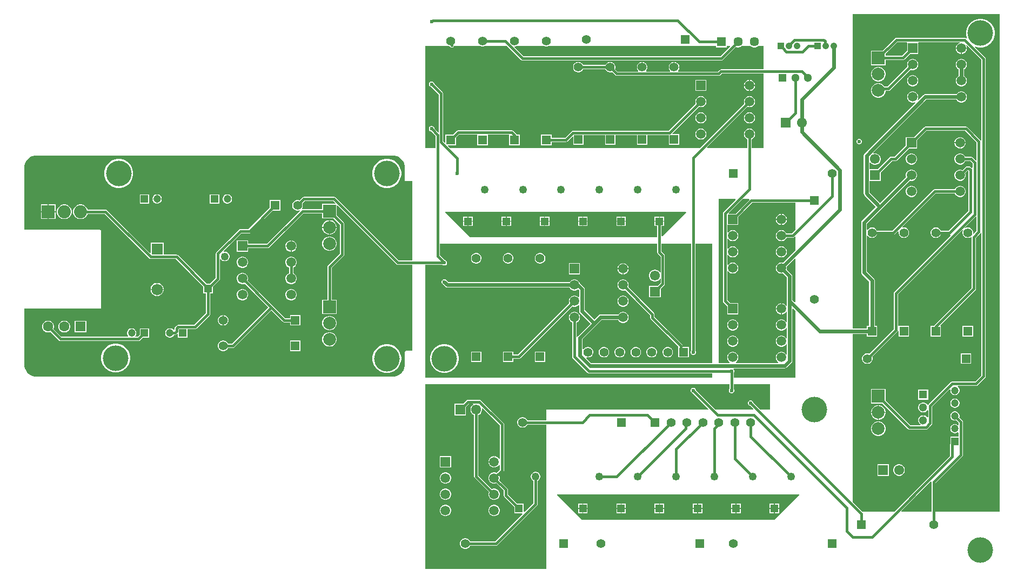
<source format=gtl>
G04*
G04 #@! TF.GenerationSoftware,Altium Limited,Altium Designer,23.5.1 (21)*
G04*
G04 Layer_Physical_Order=1*
G04 Layer_Color=255*
%FSLAX44Y44*%
%MOMM*%
G71*
G04*
G04 #@! TF.SameCoordinates,CC7C8F1B-8EDA-4CA8-81C5-A987C7989BB4*
G04*
G04*
G04 #@! TF.FilePolarity,Positive*
G04*
G01*
G75*
%ADD12C,0.6000*%
%ADD15C,1.4000*%
%ADD16R,1.4000X1.4000*%
%ADD17C,2.0500*%
%ADD18R,2.0500X2.0500*%
%ADD21R,1.2500X1.2500*%
%ADD22C,1.2500*%
%ADD23C,1.4500*%
%ADD24R,1.4500X1.4500*%
%ADD25C,4.0000*%
%ADD26R,1.4000X1.4000*%
%ADD27R,1.5500X1.5500*%
%ADD28C,1.5500*%
%ADD31C,1.2000*%
%ADD32R,1.2000X1.2000*%
%ADD33R,1.5500X1.5500*%
%ADD34C,2.0000*%
%ADD35R,2.0000X2.0000*%
%ADD38C,1.3000*%
%ADD39R,1.3000X1.3000*%
%ADD40R,1.3000X1.3000*%
%ADD41R,1.2000X1.2000*%
%ADD47C,0.4000*%
%ADD48C,1.8000*%
%ADD49R,1.8000X1.8000*%
%ADD50R,1.0500X1.0500*%
%ADD51C,1.0500*%
%ADD52R,1.5000X1.5000*%
%ADD53C,1.5000*%
%ADD54R,1.6000X1.6000*%
%ADD55C,1.6000*%
%ADD56C,0.6000*%
G36*
X1510000Y1223104D02*
X1443540D01*
X1442264Y1222850D01*
X1441183Y1222128D01*
X1438619Y1219564D01*
X1376556D01*
X1376030Y1220834D01*
X1376618Y1221422D01*
X1377706Y1223308D01*
X1378270Y1225411D01*
Y1225865D01*
X1370000D01*
X1361730D01*
Y1225411D01*
X1362294Y1223308D01*
X1363382Y1221422D01*
X1363970Y1220834D01*
X1363444Y1219564D01*
X1326556D01*
X1326030Y1220834D01*
X1326618Y1221422D01*
X1327706Y1223308D01*
X1328270Y1225411D01*
Y1225865D01*
X1320000D01*
X1311730D01*
Y1225411D01*
X1312294Y1223308D01*
X1313382Y1221422D01*
X1313970Y1220834D01*
X1313444Y1219564D01*
X1281651D01*
X1277749Y1223466D01*
X1278270Y1225411D01*
Y1227589D01*
X1277706Y1229692D01*
X1276618Y1231578D01*
X1275078Y1233118D01*
X1273192Y1234206D01*
X1271089Y1234770D01*
X1268911D01*
X1266808Y1234206D01*
X1264922Y1233118D01*
X1263382Y1231578D01*
X1262376Y1229834D01*
X1227624D01*
X1226618Y1231578D01*
X1225078Y1233118D01*
X1223192Y1234206D01*
X1221089Y1234770D01*
X1218911D01*
X1216808Y1234206D01*
X1214922Y1233118D01*
X1213382Y1231578D01*
X1212294Y1229692D01*
X1211730Y1227589D01*
Y1225411D01*
X1212294Y1223308D01*
X1213382Y1221422D01*
X1214922Y1219882D01*
X1216808Y1218794D01*
X1218911Y1218230D01*
X1221089D01*
X1223192Y1218794D01*
X1225078Y1219882D01*
X1226618Y1221422D01*
X1227624Y1223166D01*
X1262376D01*
X1263382Y1221422D01*
X1264922Y1219882D01*
X1266808Y1218794D01*
X1268911Y1218230D01*
X1271089D01*
X1273034Y1218751D01*
X1277913Y1213873D01*
X1278994Y1213150D01*
X1280270Y1212896D01*
X1440000D01*
X1441276Y1213150D01*
X1442358Y1213873D01*
X1444921Y1216436D01*
X1510000D01*
Y1100000D01*
X1491434D01*
Y1113714D01*
X1491485Y1113728D01*
X1493485Y1114882D01*
X1495118Y1116515D01*
X1496272Y1118515D01*
X1496870Y1120745D01*
Y1123055D01*
X1496272Y1125285D01*
X1495118Y1127285D01*
X1493485Y1128918D01*
X1491485Y1130072D01*
X1489255Y1130670D01*
X1486945D01*
X1484715Y1130072D01*
X1482715Y1128918D01*
X1481082Y1127285D01*
X1479928Y1125285D01*
X1479330Y1123055D01*
Y1120745D01*
X1479928Y1118515D01*
X1481082Y1116515D01*
X1482715Y1114882D01*
X1484715Y1113728D01*
X1484766Y1113714D01*
Y1100000D01*
X1421774D01*
X1421288Y1101173D01*
X1484669Y1164554D01*
X1484715Y1164528D01*
X1486945Y1163930D01*
X1489255D01*
X1491485Y1164528D01*
X1493485Y1165682D01*
X1495118Y1167315D01*
X1496272Y1169315D01*
X1496870Y1171545D01*
Y1173855D01*
X1496272Y1176085D01*
X1495118Y1178085D01*
X1493485Y1179718D01*
X1491485Y1180872D01*
X1489255Y1181470D01*
X1486945D01*
X1484715Y1180872D01*
X1482715Y1179718D01*
X1481082Y1178085D01*
X1479928Y1176085D01*
X1479330Y1173855D01*
Y1171545D01*
X1479928Y1169315D01*
X1479954Y1169269D01*
X1410685Y1100000D01*
X1018791D01*
X1015534Y1103257D01*
X1016020Y1104430D01*
X1028270D01*
Y1116255D01*
X1032881Y1120866D01*
X1061730D01*
Y1104430D01*
X1078270D01*
Y1120866D01*
X1111730D01*
Y1104430D01*
X1128270D01*
Y1120970D01*
X1123141D01*
X1123080Y1121276D01*
X1122357Y1122357D01*
X1118158Y1126557D01*
X1117076Y1127280D01*
X1115800Y1127534D01*
X1031500D01*
X1030224Y1127280D01*
X1029143Y1126557D01*
X1023555Y1120970D01*
X1011730D01*
Y1108720D01*
X1010557Y1108234D01*
X1008413Y1110378D01*
Y1184921D01*
X1008159Y1186197D01*
X1007436Y1187279D01*
X994270Y1200445D01*
Y1200849D01*
X993620Y1202419D01*
X992419Y1203620D01*
X990849Y1204270D01*
X989151D01*
X987581Y1203620D01*
X986380Y1202419D01*
X985730Y1200849D01*
Y1199151D01*
X986380Y1197581D01*
X987581Y1196380D01*
X989151Y1195730D01*
X989555D01*
X1001745Y1183540D01*
Y1124630D01*
X1000571Y1124144D01*
X994270Y1130445D01*
Y1130849D01*
X993620Y1132419D01*
X992419Y1133620D01*
X990849Y1134270D01*
X989151D01*
X987581Y1133620D01*
X986380Y1132419D01*
X985730Y1130849D01*
Y1129151D01*
X986380Y1127581D01*
X987581Y1126380D01*
X989151Y1125730D01*
X989555D01*
X996475Y1118810D01*
Y1100000D01*
X980000D01*
Y1260000D01*
X1016104D01*
X1016808Y1259594D01*
X1018911Y1259030D01*
X1019154D01*
X1019556Y1258429D01*
X1020638Y1257706D01*
X1021913Y1257452D01*
X1023189Y1257706D01*
X1024271Y1258429D01*
X1024994Y1259511D01*
X1025091Y1260000D01*
X1066104D01*
X1066808Y1259594D01*
X1068911Y1259030D01*
X1071089D01*
X1073192Y1259594D01*
X1073896Y1260000D01*
X1108061D01*
X1130418Y1237643D01*
X1131500Y1236920D01*
X1132776Y1236666D01*
X1443800D01*
X1445076Y1236920D01*
X1446158Y1237643D01*
X1466762Y1258247D01*
X1468878Y1257680D01*
X1471122D01*
X1473289Y1258261D01*
X1475231Y1259382D01*
X1475849Y1260000D01*
X1490151D01*
X1490769Y1259382D01*
X1492711Y1258261D01*
X1494878Y1257680D01*
X1497122D01*
X1499289Y1258261D01*
X1501231Y1259382D01*
X1501849Y1260000D01*
X1510000D01*
Y1223104D01*
D02*
G37*
G36*
X1457912Y1258827D02*
X1442419Y1243334D01*
X1134157D01*
X1119731Y1257760D01*
X1120257Y1259030D01*
X1121089D01*
X1123192Y1259594D01*
X1123896Y1260000D01*
X1166104D01*
X1166808Y1259594D01*
X1168911Y1259030D01*
X1171089D01*
X1173192Y1259594D01*
X1173896Y1260000D01*
X1435480D01*
Y1257680D01*
X1452520D01*
Y1260000D01*
X1457426D01*
X1457912Y1258827D01*
D02*
G37*
G36*
X1880000Y530000D02*
X1779834D01*
Y575119D01*
X1821628Y616912D01*
X1822350Y617994D01*
X1822604Y619270D01*
Y670730D01*
X1822350Y672006D01*
X1821628Y673087D01*
X1816932Y677783D01*
X1817270Y679043D01*
Y680957D01*
X1816775Y682806D01*
X1815818Y684464D01*
X1814464Y685817D01*
X1812806Y686775D01*
X1810957Y687270D01*
X1809043D01*
X1807194Y686775D01*
X1805536Y685817D01*
X1804183Y684464D01*
X1803226Y682806D01*
X1802730Y680957D01*
Y679043D01*
X1803226Y677194D01*
X1804183Y675536D01*
X1805536Y674183D01*
X1807194Y673225D01*
X1809043Y672730D01*
X1810957D01*
X1812217Y673068D01*
X1815936Y669349D01*
Y666141D01*
X1814666Y665615D01*
X1814464Y665817D01*
X1812806Y666775D01*
X1810957Y667270D01*
X1809043D01*
X1807194Y666775D01*
X1805536Y665817D01*
X1804183Y664464D01*
X1803226Y662806D01*
X1802730Y660957D01*
Y659043D01*
X1803226Y657194D01*
X1804183Y655536D01*
X1805536Y654183D01*
X1807194Y653225D01*
X1809043Y652730D01*
X1810957D01*
X1812806Y653225D01*
X1814464Y654183D01*
X1814666Y654385D01*
X1815936Y653859D01*
Y647270D01*
X1802730D01*
Y636322D01*
X1802666Y636000D01*
Y617381D01*
X1715285Y530000D01*
X1664715D01*
X1650000Y544715D01*
Y808347D01*
X1671731D01*
Y804430D01*
X1688271D01*
Y820970D01*
X1684355D01*
Y892333D01*
X1684023Y893999D01*
X1683080Y895412D01*
X1671855Y906636D01*
Y962330D01*
X1673125Y962671D01*
X1673383Y962222D01*
X1674923Y960683D01*
X1676809Y959594D01*
X1678912Y959030D01*
X1681090D01*
X1683193Y959594D01*
X1685079Y960683D01*
X1686619Y962222D01*
X1687626Y963966D01*
X1713738D01*
X1715014Y964220D01*
X1716095Y964943D01*
X1720737Y969584D01*
X1721875Y968927D01*
X1721731Y968389D01*
Y966211D01*
X1722295Y964108D01*
X1723383Y962222D01*
X1724923Y960683D01*
X1726809Y959594D01*
X1728912Y959030D01*
X1731090D01*
X1733193Y959594D01*
X1735079Y960683D01*
X1736619Y962222D01*
X1737708Y964108D01*
X1738271Y966211D01*
Y968389D01*
X1737708Y970492D01*
X1736619Y972378D01*
X1735079Y973918D01*
X1733193Y975007D01*
X1731090Y975570D01*
X1728912D01*
X1728375Y975426D01*
X1727717Y976565D01*
X1779718Y1028566D01*
X1809914D01*
X1809928Y1028515D01*
X1811082Y1026515D01*
X1812715Y1024882D01*
X1814715Y1023728D01*
X1816945Y1023130D01*
X1819255D01*
X1821485Y1023728D01*
X1823485Y1024882D01*
X1825118Y1026515D01*
X1826272Y1028515D01*
X1826870Y1030745D01*
Y1033055D01*
X1826272Y1035285D01*
X1825118Y1037285D01*
X1823485Y1038918D01*
X1821485Y1040072D01*
X1819255Y1040670D01*
X1816945D01*
X1814715Y1040072D01*
X1812715Y1038918D01*
X1811082Y1037285D01*
X1809928Y1035285D01*
X1809914Y1035234D01*
X1778338D01*
X1777062Y1034980D01*
X1775980Y1034258D01*
X1712357Y970634D01*
X1687626D01*
X1686619Y972378D01*
X1685079Y973918D01*
X1683193Y975007D01*
X1681090Y975570D01*
X1678912D01*
X1676809Y975007D01*
X1674923Y973918D01*
X1673383Y972378D01*
X1673125Y971930D01*
X1671855Y972270D01*
Y981098D01*
X1739595Y1048838D01*
X1740745Y1048530D01*
X1743055D01*
X1745285Y1049128D01*
X1747285Y1050282D01*
X1748918Y1051915D01*
X1750072Y1053915D01*
X1750670Y1056145D01*
Y1058455D01*
X1750072Y1060685D01*
X1748918Y1062685D01*
X1747285Y1064318D01*
X1745285Y1065472D01*
X1743055Y1066070D01*
X1740745D01*
X1738515Y1065472D01*
X1736515Y1064318D01*
X1734882Y1062685D01*
X1733728Y1060685D01*
X1733130Y1058455D01*
Y1056145D01*
X1733438Y1054995D01*
X1692300Y1013857D01*
X1675854Y1030303D01*
Y1048480D01*
X1693770D01*
Y1061805D01*
X1711556Y1079591D01*
X1716725D01*
X1718001Y1079845D01*
X1719082Y1080567D01*
X1737845Y1099330D01*
X1750670D01*
Y1112155D01*
X1765181Y1126666D01*
X1826276D01*
X1844166Y1108776D01*
Y1080608D01*
X1842896Y1080082D01*
X1837921Y1085058D01*
X1836839Y1085780D01*
X1835563Y1086034D01*
X1826286D01*
X1826272Y1086085D01*
X1825118Y1088085D01*
X1823485Y1089718D01*
X1821485Y1090872D01*
X1819255Y1091470D01*
X1816945D01*
X1814715Y1090872D01*
X1812715Y1089718D01*
X1811082Y1088085D01*
X1809928Y1086085D01*
X1809330Y1083855D01*
Y1081545D01*
X1809928Y1079315D01*
X1811082Y1077315D01*
X1812715Y1075682D01*
X1814715Y1074528D01*
X1816945Y1073930D01*
X1819255D01*
X1821485Y1074528D01*
X1823485Y1075682D01*
X1825118Y1077315D01*
X1826272Y1079315D01*
X1826286Y1079366D01*
X1834182D01*
X1837666Y1075882D01*
Y1069045D01*
X1836396Y1068519D01*
X1834514Y1070401D01*
X1833433Y1071124D01*
X1832157Y1071377D01*
X1828843D01*
X1827567Y1071124D01*
X1826486Y1070401D01*
X1821531Y1065446D01*
X1821485Y1065472D01*
X1819255Y1066070D01*
X1816945D01*
X1814715Y1065472D01*
X1812715Y1064318D01*
X1811082Y1062685D01*
X1809928Y1060685D01*
X1809330Y1058455D01*
Y1056145D01*
X1809928Y1053915D01*
X1811082Y1051915D01*
X1812715Y1050282D01*
X1814715Y1049128D01*
X1816945Y1048530D01*
X1819255D01*
X1821485Y1049128D01*
X1823485Y1050282D01*
X1825118Y1051915D01*
X1826272Y1053915D01*
X1826870Y1056145D01*
Y1058455D01*
X1826272Y1060685D01*
X1826246Y1060731D01*
X1829940Y1064425D01*
X1831166Y1063917D01*
Y1001465D01*
X1800335Y970634D01*
X1787626D01*
X1786619Y972378D01*
X1785079Y973918D01*
X1783193Y975007D01*
X1781090Y975570D01*
X1778912D01*
X1776809Y975007D01*
X1774923Y973918D01*
X1773384Y972378D01*
X1772295Y970492D01*
X1771731Y968389D01*
Y966211D01*
X1772295Y964108D01*
X1773384Y962222D01*
X1774923Y960683D01*
X1776809Y959594D01*
X1778912Y959030D01*
X1781090D01*
X1783193Y959594D01*
X1785079Y960683D01*
X1786619Y962222D01*
X1787626Y963966D01*
X1801716D01*
X1802666Y964155D01*
X1803366Y963059D01*
X1715144Y874836D01*
X1714421Y873755D01*
X1714167Y872479D01*
Y816182D01*
X1675734Y777749D01*
X1673789Y778270D01*
X1671611D01*
X1669508Y777706D01*
X1667622Y776618D01*
X1666082Y775078D01*
X1664994Y773192D01*
X1664430Y771089D01*
Y768911D01*
X1664994Y766808D01*
X1666082Y764922D01*
X1667622Y763382D01*
X1669508Y762294D01*
X1671611Y761730D01*
X1673789D01*
X1675892Y762294D01*
X1677778Y763382D01*
X1679318Y764922D01*
X1680406Y766808D01*
X1680970Y768911D01*
Y771089D01*
X1680449Y773034D01*
X1719859Y812444D01*
X1720461Y813345D01*
X1721203Y813314D01*
X1721731Y813134D01*
Y804430D01*
X1738271D01*
Y820970D01*
X1722105D01*
X1721731Y820970D01*
X1720835Y821869D01*
Y871098D01*
X1821644Y971906D01*
X1822660Y971126D01*
X1822294Y970492D01*
X1821730Y968389D01*
Y966211D01*
X1822294Y964108D01*
X1823382Y962222D01*
X1824922Y960682D01*
X1826808Y959594D01*
X1828911Y959030D01*
X1831089D01*
X1833192Y959594D01*
X1834881Y960569D01*
X1835601Y960302D01*
X1836118Y959927D01*
Y880833D01*
X1777644Y822359D01*
X1776921Y821277D01*
X1776860Y820970D01*
X1771731D01*
Y804430D01*
X1788271D01*
Y820970D01*
X1787345D01*
X1786859Y822144D01*
X1841810Y877095D01*
X1842532Y878176D01*
X1842786Y879452D01*
Y959108D01*
X1849858Y966179D01*
X1850396Y966985D01*
X1851666Y966704D01*
Y743724D01*
X1841776Y733834D01*
X1805651D01*
X1804375Y733580D01*
X1803293Y732858D01*
X1768961Y698525D01*
X1768324Y697572D01*
X1767671Y697437D01*
X1766940Y697428D01*
X1766536Y698128D01*
X1765090Y699575D01*
X1763318Y700598D01*
X1761342Y701127D01*
X1759296D01*
X1757319Y700598D01*
X1755548Y699575D01*
X1754101Y698128D01*
X1753078Y696357D01*
X1752549Y694380D01*
Y692335D01*
X1753078Y690358D01*
X1754101Y688587D01*
X1755548Y687140D01*
X1757319Y686117D01*
X1759296Y685587D01*
X1761342D01*
X1763318Y686117D01*
X1765090Y687140D01*
X1766536Y688587D01*
X1766715Y688896D01*
X1767985Y688555D01*
Y678160D01*
X1766715Y677819D01*
X1766536Y678128D01*
X1765090Y679575D01*
X1763318Y680598D01*
X1761342Y681127D01*
X1760954D01*
Y673357D01*
X1760319D01*
Y672722D01*
X1752549D01*
Y672335D01*
X1753078Y670358D01*
X1754101Y668587D01*
X1755548Y667140D01*
X1756204Y666761D01*
X1755864Y665491D01*
X1740224D01*
X1701270Y704445D01*
Y722270D01*
X1678730D01*
Y699730D01*
X1696555D01*
X1736486Y659799D01*
X1737567Y659077D01*
X1738843Y658823D01*
X1764674D01*
X1765950Y659077D01*
X1767032Y659799D01*
X1773676Y666444D01*
X1774399Y667525D01*
X1774653Y668801D01*
Y694787D01*
X1801632Y721766D01*
X1802771Y721109D01*
X1802730Y720957D01*
Y719043D01*
X1803226Y717194D01*
X1804183Y715536D01*
X1805536Y714183D01*
X1807194Y713225D01*
X1809043Y712730D01*
X1810957D01*
X1812806Y713225D01*
X1814464Y714183D01*
X1815818Y715536D01*
X1816775Y717194D01*
X1817270Y719043D01*
Y720957D01*
X1816775Y722806D01*
X1815818Y724464D01*
X1814464Y725817D01*
X1814328Y725896D01*
X1814668Y727166D01*
X1843157D01*
X1844433Y727420D01*
X1845515Y728142D01*
X1857358Y739986D01*
X1858080Y741067D01*
X1858334Y742343D01*
Y1239585D01*
X1858080Y1240861D01*
X1857358Y1241942D01*
X1841513Y1257787D01*
X1842232Y1258864D01*
X1843437Y1258365D01*
X1847784Y1257500D01*
X1852216D01*
X1856563Y1258365D01*
X1860658Y1260061D01*
X1864343Y1262523D01*
X1867477Y1265657D01*
X1869939Y1269342D01*
X1871635Y1273437D01*
X1872500Y1277784D01*
Y1282216D01*
X1871635Y1286563D01*
X1869939Y1290658D01*
X1867477Y1294343D01*
X1864343Y1297477D01*
X1860658Y1299939D01*
X1856563Y1301635D01*
X1852216Y1302500D01*
X1847784D01*
X1843437Y1301635D01*
X1839342Y1299939D01*
X1835657Y1297477D01*
X1832523Y1294343D01*
X1830061Y1290658D01*
X1828365Y1286563D01*
X1827500Y1282216D01*
Y1277784D01*
X1828365Y1273437D01*
X1828864Y1272232D01*
X1827787Y1271513D01*
X1827742Y1271557D01*
X1826661Y1272280D01*
X1825385Y1272534D01*
X1718200D01*
X1716924Y1272280D01*
X1715842Y1271557D01*
X1696555Y1252270D01*
X1678730D01*
Y1229730D01*
X1701270D01*
Y1237666D01*
X1728600D01*
X1729876Y1237920D01*
X1730957Y1238643D01*
X1739745Y1247430D01*
X1752570D01*
Y1264970D01*
X1753469Y1265866D01*
X1817282D01*
X1817449Y1264596D01*
X1816615Y1264372D01*
X1814615Y1263218D01*
X1812982Y1261585D01*
X1811828Y1259585D01*
X1811230Y1257355D01*
Y1256835D01*
X1828770D01*
Y1257355D01*
X1828172Y1259585D01*
X1827740Y1260333D01*
X1828757Y1261113D01*
X1851666Y1238204D01*
Y1111989D01*
X1850396Y1111709D01*
X1849858Y1112514D01*
X1830014Y1132357D01*
X1828933Y1133080D01*
X1827657Y1133334D01*
X1763800D01*
X1762524Y1133080D01*
X1761443Y1132357D01*
X1745955Y1116870D01*
X1733130D01*
Y1104045D01*
X1715344Y1086259D01*
X1710175D01*
X1708899Y1086005D01*
X1707817Y1085283D01*
X1689055Y1066520D01*
X1675854D01*
Y1077329D01*
X1677124Y1077669D01*
X1677532Y1076962D01*
X1679212Y1075282D01*
X1681268Y1074095D01*
X1683562Y1073480D01*
X1685938D01*
X1688232Y1074095D01*
X1690288Y1075282D01*
X1691968Y1076962D01*
X1693155Y1079018D01*
X1693770Y1081312D01*
Y1083688D01*
X1693155Y1085982D01*
X1691968Y1088038D01*
X1690288Y1089718D01*
X1688232Y1090905D01*
X1685938Y1091520D01*
X1683562D01*
X1682773Y1091309D01*
X1682116Y1092447D01*
X1765315Y1175646D01*
X1812387D01*
X1812982Y1174615D01*
X1814615Y1172982D01*
X1816615Y1171828D01*
X1818845Y1171230D01*
X1821155D01*
X1823385Y1171828D01*
X1825385Y1172982D01*
X1827018Y1174615D01*
X1828172Y1176615D01*
X1828770Y1178845D01*
Y1181155D01*
X1828172Y1183385D01*
X1827018Y1185385D01*
X1825385Y1187018D01*
X1823385Y1188172D01*
X1821155Y1188770D01*
X1818845D01*
X1816615Y1188172D01*
X1814615Y1187018D01*
X1812982Y1185385D01*
X1812387Y1184354D01*
X1763512D01*
X1761846Y1184022D01*
X1760433Y1183079D01*
X1752714Y1175359D01*
X1751697Y1176139D01*
X1751972Y1176615D01*
X1752570Y1178845D01*
Y1181155D01*
X1751972Y1183385D01*
X1750818Y1185385D01*
X1749185Y1187018D01*
X1747185Y1188172D01*
X1744955Y1188770D01*
X1742645D01*
X1740415Y1188172D01*
X1738415Y1187018D01*
X1736782Y1185385D01*
X1735628Y1183385D01*
X1735030Y1181155D01*
Y1178845D01*
X1735628Y1176615D01*
X1736782Y1174615D01*
X1738415Y1172982D01*
X1740415Y1171828D01*
X1742645Y1171230D01*
X1744955D01*
X1747185Y1171828D01*
X1747661Y1172103D01*
X1748441Y1171086D01*
X1668421Y1091067D01*
X1667478Y1089654D01*
X1667146Y1087988D01*
Y1028500D01*
X1667478Y1026834D01*
X1668421Y1025422D01*
X1686143Y1007700D01*
X1664423Y985980D01*
X1663479Y984567D01*
X1663147Y982901D01*
Y904833D01*
X1663479Y903167D01*
X1664423Y901755D01*
X1675647Y890530D01*
Y820970D01*
X1671731D01*
Y817054D01*
X1650000D01*
Y1310000D01*
X1880000D01*
Y530000D01*
D02*
G37*
G36*
X1735030Y1264970D02*
Y1252145D01*
X1727219Y1244334D01*
X1701270D01*
Y1247555D01*
X1719581Y1265866D01*
X1734131D01*
X1735030Y1264970D01*
D02*
G37*
G36*
X935239Y1087271D02*
X938508Y1085917D01*
X941450Y1083952D01*
X943952Y1081450D01*
X945917Y1078508D01*
X947271Y1075239D01*
X947961Y1071769D01*
X947961Y1070000D01*
X947961Y1070000D01*
X947961Y1070000D01*
X947961Y1050000D01*
X948116Y1049220D01*
X948558Y1048558D01*
X949220Y1048116D01*
X950000Y1047961D01*
X960000D01*
Y923334D01*
X938745D01*
X839722Y1022357D01*
X838640Y1023080D01*
X837364Y1023334D01*
X790000D01*
X788724Y1023080D01*
X787642Y1022357D01*
X783034Y1017749D01*
X781089Y1018270D01*
X778911D01*
X776808Y1017706D01*
X774922Y1016618D01*
X773382Y1015078D01*
X772294Y1013192D01*
X771730Y1011089D01*
Y1008911D01*
X772294Y1006808D01*
X773382Y1004922D01*
X774922Y1003382D01*
X776808Y1002294D01*
X778911Y1001730D01*
X781089D01*
X782701Y1002162D01*
X783358Y1001023D01*
X731869Y949534D01*
X702570D01*
Y954970D01*
X685030D01*
Y937430D01*
X702570D01*
Y942866D01*
X733250D01*
X734526Y943120D01*
X735608Y943842D01*
X789431Y997666D01*
X818730D01*
Y989730D01*
X836555D01*
X846666Y979619D01*
Y934744D01*
X827643Y915721D01*
X826920Y914639D01*
X826666Y913363D01*
Y862270D01*
X818730D01*
Y839730D01*
X841270D01*
Y862270D01*
X833334D01*
Y911982D01*
X852358Y931006D01*
X853080Y932087D01*
X853334Y933363D01*
Y981000D01*
X853080Y982276D01*
X852358Y983357D01*
X841270Y994445D01*
Y1009719D01*
X842443Y1010206D01*
X935006Y917643D01*
X936088Y916920D01*
X937364Y916666D01*
X960000D01*
Y782039D01*
X950000D01*
X949220Y781884D01*
X948558Y781442D01*
X948116Y780780D01*
X947961Y780000D01*
Y760000D01*
X947961Y758231D01*
X947271Y754761D01*
X945917Y751492D01*
X943951Y748550D01*
X941450Y746049D01*
X938508Y744083D01*
X935239Y742729D01*
X931769Y742039D01*
X930000Y742039D01*
X370000Y742039D01*
X368231Y742039D01*
X364761Y742729D01*
X361492Y744083D01*
X358550Y746049D01*
X356049Y748550D01*
X354083Y751492D01*
X352729Y754761D01*
X352039Y758231D01*
X352039Y760000D01*
X352039Y847961D01*
X470000D01*
X470780Y848116D01*
X471442Y848558D01*
X471884Y849220D01*
X472039Y850000D01*
Y970000D01*
X471884Y970780D01*
X471442Y971442D01*
X470780Y971884D01*
X470000Y972039D01*
X352039D01*
X352039Y1070000D01*
X352039Y1071769D01*
X352729Y1075239D01*
X354083Y1078508D01*
X356049Y1081449D01*
X358550Y1083951D01*
X361492Y1085917D01*
X364761Y1087271D01*
X368231Y1087961D01*
X370000Y1087961D01*
X930000Y1087961D01*
X930000Y1087961D01*
X930000Y1087961D01*
X931769Y1087961D01*
X935239Y1087271D01*
D02*
G37*
G36*
X839206Y1013443D02*
X838719Y1012270D01*
X818730D01*
Y1004334D01*
X788050D01*
X787684Y1004261D01*
X786893Y1005399D01*
X787706Y1006808D01*
X788270Y1008911D01*
Y1011089D01*
X787749Y1013034D01*
X791381Y1016666D01*
X835983D01*
X839206Y1013443D01*
D02*
G37*
G36*
X1487815Y1018730D02*
X1465955Y996870D01*
X1455680D01*
X1455194Y998043D01*
X1477151Y1020000D01*
X1487289D01*
X1487815Y1018730D01*
D02*
G37*
G36*
X1466548Y1018827D02*
X1447543Y999821D01*
X1446820Y998740D01*
X1446566Y997464D01*
Y860100D01*
X1446820Y858824D01*
X1447543Y857742D01*
X1453130Y852155D01*
Y839330D01*
X1470670D01*
Y856870D01*
X1457845D01*
X1453234Y861481D01*
Y906830D01*
X1454504Y907170D01*
X1454882Y906515D01*
X1456515Y904882D01*
X1458515Y903728D01*
X1460745Y903130D01*
X1463055D01*
X1465285Y903728D01*
X1467285Y904882D01*
X1468918Y906515D01*
X1470072Y908515D01*
X1470670Y910745D01*
Y913055D01*
X1470072Y915285D01*
X1468918Y917285D01*
X1467285Y918918D01*
X1465285Y920072D01*
X1463055Y920670D01*
X1460745D01*
X1458515Y920072D01*
X1456515Y918918D01*
X1454882Y917285D01*
X1454504Y916630D01*
X1453234Y916970D01*
Y932230D01*
X1454504Y932570D01*
X1454882Y931915D01*
X1456515Y930282D01*
X1458515Y929128D01*
X1460745Y928530D01*
X1463055D01*
X1465285Y929128D01*
X1467285Y930282D01*
X1468918Y931915D01*
X1470072Y933915D01*
X1470670Y936145D01*
Y938455D01*
X1470072Y940685D01*
X1468918Y942685D01*
X1467285Y944318D01*
X1465285Y945472D01*
X1463055Y946070D01*
X1460745D01*
X1458515Y945472D01*
X1456515Y944318D01*
X1454882Y942685D01*
X1454504Y942030D01*
X1453234Y942370D01*
Y957630D01*
X1454504Y957970D01*
X1454882Y957315D01*
X1456515Y955682D01*
X1458515Y954528D01*
X1460745Y953930D01*
X1463055D01*
X1465285Y954528D01*
X1467285Y955682D01*
X1468918Y957315D01*
X1470072Y959315D01*
X1470670Y961545D01*
Y963855D01*
X1470072Y966085D01*
X1468918Y968085D01*
X1467285Y969718D01*
X1465285Y970872D01*
X1463055Y971470D01*
X1460745D01*
X1458515Y970872D01*
X1456515Y969718D01*
X1454882Y968085D01*
X1454504Y967430D01*
X1453234Y967770D01*
Y979330D01*
X1470670D01*
Y992155D01*
X1492481Y1013966D01*
X1560000D01*
Y971651D01*
X1554383Y966034D01*
X1546286D01*
X1546272Y966085D01*
X1545118Y968085D01*
X1543485Y969718D01*
X1541485Y970872D01*
X1539255Y971470D01*
X1536945D01*
X1534715Y970872D01*
X1532715Y969718D01*
X1531082Y968085D01*
X1529928Y966085D01*
X1529330Y963855D01*
Y961545D01*
X1529928Y959315D01*
X1531082Y957315D01*
X1532715Y955682D01*
X1534715Y954528D01*
X1536945Y953930D01*
X1539255D01*
X1541485Y954528D01*
X1543485Y955682D01*
X1545118Y957315D01*
X1546272Y959315D01*
X1546286Y959366D01*
X1555764D01*
X1557040Y959620D01*
X1558121Y960342D01*
X1558827Y961048D01*
X1560000Y960562D01*
Y939957D01*
X1540405Y920362D01*
X1539255Y920670D01*
X1536945D01*
X1534715Y920072D01*
X1532715Y918918D01*
X1531082Y917285D01*
X1529928Y915285D01*
X1529330Y913055D01*
Y910745D01*
X1529928Y908515D01*
X1531082Y906515D01*
X1532715Y904882D01*
X1534715Y903728D01*
X1536945Y903130D01*
X1539255D01*
X1540405Y903438D01*
X1546746Y897097D01*
Y860000D01*
Y853204D01*
X1545476Y852864D01*
X1545118Y853485D01*
X1543485Y855118D01*
X1541485Y856272D01*
X1539255Y856870D01*
X1538735D01*
Y848100D01*
Y839330D01*
X1539255D01*
X1541485Y839928D01*
X1543485Y841082D01*
X1545118Y842715D01*
X1545476Y843336D01*
X1546746Y842996D01*
Y827804D01*
X1545476Y827464D01*
X1545118Y828085D01*
X1543485Y829718D01*
X1541485Y830872D01*
X1539255Y831470D01*
X1536945D01*
X1534715Y830872D01*
X1532715Y829718D01*
X1531082Y828085D01*
X1529928Y826085D01*
X1529330Y823855D01*
Y821545D01*
X1529928Y819315D01*
X1531082Y817315D01*
X1532715Y815682D01*
X1534715Y814528D01*
X1536945Y813930D01*
X1539255D01*
X1541485Y814528D01*
X1543485Y815682D01*
X1545118Y817315D01*
X1545476Y817936D01*
X1546746Y817596D01*
Y802404D01*
X1545476Y802064D01*
X1545118Y802685D01*
X1543485Y804318D01*
X1541485Y805472D01*
X1539255Y806070D01*
X1536945D01*
X1534715Y805472D01*
X1532715Y804318D01*
X1531082Y802685D01*
X1529928Y800685D01*
X1529330Y798455D01*
Y796145D01*
X1529928Y793915D01*
X1531082Y791915D01*
X1532715Y790282D01*
X1534715Y789128D01*
X1536945Y788530D01*
X1539255D01*
X1541485Y789128D01*
X1543485Y790282D01*
X1545118Y791915D01*
X1545476Y792536D01*
X1546746Y792196D01*
Y777004D01*
X1545476Y776664D01*
X1545118Y777285D01*
X1543485Y778918D01*
X1541485Y780072D01*
X1539255Y780670D01*
X1536945D01*
X1534715Y780072D01*
X1532715Y778918D01*
X1531082Y777285D01*
X1529928Y775285D01*
X1529330Y773055D01*
Y770745D01*
X1529928Y768515D01*
X1531082Y766515D01*
X1532715Y764882D01*
X1533336Y764524D01*
X1532996Y763254D01*
X1467004D01*
X1466664Y764524D01*
X1467285Y764882D01*
X1468918Y766515D01*
X1470072Y768515D01*
X1470670Y770745D01*
Y773055D01*
X1470072Y775285D01*
X1468918Y777285D01*
X1467285Y778918D01*
X1465285Y780072D01*
X1463055Y780670D01*
X1460745D01*
X1458515Y780072D01*
X1456515Y778918D01*
X1454882Y777285D01*
X1453728Y775285D01*
X1453130Y773055D01*
Y770745D01*
X1453728Y768515D01*
X1454882Y766515D01*
X1456515Y764882D01*
X1457136Y764524D01*
X1456796Y763254D01*
X1440000D01*
Y1020000D01*
X1466062D01*
X1466548Y1018827D01*
D02*
G37*
G36*
X1844166Y992633D02*
Y969918D01*
X1839265Y965016D01*
X1838126Y965674D01*
X1838270Y966211D01*
Y968389D01*
X1837706Y970492D01*
X1836618Y972378D01*
X1835078Y973918D01*
X1833192Y975006D01*
X1831089Y975570D01*
X1828911D01*
X1826808Y975006D01*
X1826174Y974640D01*
X1825394Y975657D01*
X1842896Y993159D01*
X1844166Y992633D01*
D02*
G37*
G36*
X1388827Y998827D02*
X1351507Y961507D01*
X1350334Y961993D01*
Y977480D01*
X1354520D01*
Y984365D01*
X1347000D01*
X1339480D01*
Y977480D01*
X1343666D01*
Y960000D01*
X1050000D01*
X1011173Y998827D01*
X1011659Y1000000D01*
X1388341D01*
X1388827Y998827D01*
D02*
G37*
G36*
X1560000Y925984D02*
Y858916D01*
X1558827Y858430D01*
X1555454Y861803D01*
Y898900D01*
X1555122Y900566D01*
X1554178Y901979D01*
X1546562Y909595D01*
X1546870Y910745D01*
Y913055D01*
X1546562Y914205D01*
X1558827Y926470D01*
X1560000Y925984D01*
D02*
G37*
G36*
X1430000Y763254D02*
X1240226D01*
X1232754Y770725D01*
X1233411Y771864D01*
X1233911Y771730D01*
X1236089D01*
X1238192Y772294D01*
X1240078Y773382D01*
X1241618Y774922D01*
X1242706Y776808D01*
X1243270Y778911D01*
Y781089D01*
X1242706Y783192D01*
X1241618Y785078D01*
X1240078Y786618D01*
X1238192Y787706D01*
X1236089Y788270D01*
X1233911D01*
X1231808Y787706D01*
X1229922Y786618D01*
X1228382Y785078D01*
X1228124Y784630D01*
X1226854Y784970D01*
Y800697D01*
X1248079Y821921D01*
X1248079Y821922D01*
X1256403Y830246D01*
X1282387D01*
X1282982Y829215D01*
X1284615Y827582D01*
X1286615Y826428D01*
X1288845Y825830D01*
X1291155D01*
X1293385Y826428D01*
X1295385Y827582D01*
X1297018Y829215D01*
X1298172Y831215D01*
X1298770Y833445D01*
Y835755D01*
X1298172Y837985D01*
X1297018Y839985D01*
X1295385Y841618D01*
X1293385Y842772D01*
X1291155Y843370D01*
X1288845D01*
X1286615Y842772D01*
X1284615Y841618D01*
X1282982Y839985D01*
X1282387Y838954D01*
X1254600D01*
X1252934Y838622D01*
X1251522Y837679D01*
X1245000Y831157D01*
X1229924Y846233D01*
Y878806D01*
X1229592Y880472D01*
X1228649Y881885D01*
X1223777Y886756D01*
X1222364Y887700D01*
X1222257Y887721D01*
X1221972Y888785D01*
X1220818Y890785D01*
X1219185Y892418D01*
X1217185Y893572D01*
X1214955Y894170D01*
X1212645D01*
X1210415Y893572D01*
X1208415Y892418D01*
X1206782Y890785D01*
X1206187Y889754D01*
X1016403D01*
X1013079Y893079D01*
X1012722Y893317D01*
X1012419Y893620D01*
X1012023Y893784D01*
X1011666Y894022D01*
X1011245Y894106D01*
X1010849Y894270D01*
X1010421D01*
X1010000Y894354D01*
X1009579Y894270D01*
X1009151D01*
X1008755Y894106D01*
X1008334Y894022D01*
X1007977Y893784D01*
X1007581Y893620D01*
X1007278Y893317D01*
X1006921Y893079D01*
X1006683Y892722D01*
X1006380Y892419D01*
X1006216Y892023D01*
X1005978Y891666D01*
X1005894Y891245D01*
X1005730Y890849D01*
Y890421D01*
X1005646Y890000D01*
X1005730Y889579D01*
Y889151D01*
X1005894Y888755D01*
X1005978Y888334D01*
X1006216Y887977D01*
X1006380Y887581D01*
X1006683Y887278D01*
X1006921Y886921D01*
X1011522Y882321D01*
X1012934Y881378D01*
X1014600Y881046D01*
X1206187D01*
X1206782Y880015D01*
X1208415Y878382D01*
X1210415Y877228D01*
X1212645Y876630D01*
X1214955D01*
X1217185Y877228D01*
X1219185Y878382D01*
X1219511Y878708D01*
X1221216Y877003D01*
Y866782D01*
X1219946Y866256D01*
X1219185Y867018D01*
X1217185Y868172D01*
X1214955Y868770D01*
X1212645D01*
X1210415Y868172D01*
X1208415Y867018D01*
X1206782Y865385D01*
X1205628Y863385D01*
X1205030Y861155D01*
Y858845D01*
X1205628Y856615D01*
X1205654Y856569D01*
X1125119Y776034D01*
X1118270D01*
Y780970D01*
X1101730D01*
Y764430D01*
X1118270D01*
Y769366D01*
X1126500D01*
X1127776Y769620D01*
X1128857Y770342D01*
X1210369Y851854D01*
X1210415Y851828D01*
X1212645Y851230D01*
X1214955D01*
X1217185Y851828D01*
X1219185Y852982D01*
X1219946Y853744D01*
X1221216Y853218D01*
Y844430D01*
X1221548Y842764D01*
X1222492Y841351D01*
X1238843Y825000D01*
X1219421Y805579D01*
X1218478Y804166D01*
X1218404Y803796D01*
X1217134Y803921D01*
Y826414D01*
X1217185Y826428D01*
X1219185Y827582D01*
X1220818Y829215D01*
X1221972Y831215D01*
X1222570Y833445D01*
Y835755D01*
X1221972Y837985D01*
X1220818Y839985D01*
X1219185Y841618D01*
X1217185Y842772D01*
X1214955Y843370D01*
X1212645D01*
X1210415Y842772D01*
X1208415Y841618D01*
X1206782Y839985D01*
X1205628Y837985D01*
X1205030Y835755D01*
Y833445D01*
X1205628Y831215D01*
X1206782Y829215D01*
X1208415Y827582D01*
X1210415Y826428D01*
X1210466Y826414D01*
Y772916D01*
X1210720Y771640D01*
X1211442Y770558D01*
X1234358Y747643D01*
X1235440Y746920D01*
X1236716Y746666D01*
X1430000D01*
Y740000D01*
X980000D01*
Y916666D01*
X1007295D01*
X1007581Y916380D01*
X1009151Y915730D01*
X1010849D01*
X1012419Y916380D01*
X1013620Y917581D01*
X1014270Y919151D01*
Y920849D01*
X1013620Y922419D01*
X1012419Y923620D01*
X1010849Y924270D01*
X1010445D01*
X1003143Y931572D01*
Y950000D01*
X1343666D01*
Y936625D01*
X1343920Y935349D01*
X1344642Y934268D01*
X1348916Y929994D01*
Y905137D01*
X1347646Y904797D01*
X1347218Y905538D01*
X1345538Y907218D01*
X1343482Y908405D01*
X1341187Y909020D01*
X1338813D01*
X1336518Y908405D01*
X1334462Y907218D01*
X1332782Y905538D01*
X1331595Y903482D01*
X1330980Y901188D01*
Y898812D01*
X1331595Y896518D01*
X1332782Y894462D01*
X1334462Y892782D01*
X1336518Y891595D01*
X1338813Y890980D01*
X1341187D01*
X1343482Y891595D01*
X1345538Y892782D01*
X1347218Y894462D01*
X1347646Y895203D01*
X1348916Y894863D01*
Y888631D01*
X1344305Y884020D01*
X1330980D01*
Y865980D01*
X1349020D01*
Y879305D01*
X1354608Y884893D01*
X1355330Y885974D01*
X1355584Y887250D01*
Y931375D01*
X1355330Y932651D01*
X1354608Y933733D01*
X1350334Y938006D01*
Y950000D01*
X1396666D01*
Y782705D01*
X1396380Y782419D01*
X1395730Y780849D01*
Y779151D01*
X1396380Y777581D01*
X1397581Y776380D01*
X1399151Y775730D01*
X1400849D01*
X1402419Y776380D01*
X1403620Y777581D01*
X1404270Y779151D01*
Y780849D01*
X1403620Y782419D01*
X1403334Y782705D01*
Y950000D01*
X1430000D01*
Y763254D01*
D02*
G37*
G36*
X1560000Y844943D02*
Y740000D01*
X1463334D01*
Y747295D01*
X1463620Y747581D01*
X1464270Y749151D01*
Y750849D01*
X1463620Y752419D01*
X1462762Y753276D01*
X1463248Y754546D01*
X1543485D01*
X1545151Y754878D01*
X1546563Y755822D01*
X1554178Y763437D01*
X1555122Y764849D01*
X1555454Y766515D01*
Y847830D01*
X1556627Y848316D01*
X1560000Y844943D01*
D02*
G37*
G36*
X1520000Y690000D02*
X1504715D01*
X1494270Y700445D01*
Y700849D01*
X1493620Y702419D01*
X1492419Y703620D01*
X1490849Y704270D01*
X1489151D01*
X1487581Y703620D01*
X1486380Y702419D01*
X1485730Y700849D01*
Y699151D01*
X1486380Y697581D01*
X1487581Y696380D01*
X1489151Y695730D01*
X1489555D01*
X1494112Y691173D01*
X1493626Y690000D01*
X1434715D01*
X1404270Y720445D01*
Y720849D01*
X1403620Y722419D01*
X1402419Y723620D01*
X1400849Y724270D01*
X1399151D01*
X1397581Y723620D01*
X1396380Y722419D01*
X1395730Y720849D01*
Y719151D01*
X1396380Y717581D01*
X1397581Y716380D01*
X1399151Y715730D01*
X1399555D01*
X1424112Y691173D01*
X1423626Y690000D01*
X1170000D01*
Y673334D01*
X1140324D01*
X1139318Y675078D01*
X1137778Y676618D01*
X1135892Y677706D01*
X1133789Y678270D01*
X1131611D01*
X1129508Y677706D01*
X1127622Y676618D01*
X1126082Y675078D01*
X1124994Y673192D01*
X1124430Y671089D01*
Y668911D01*
X1124994Y666808D01*
X1126082Y664922D01*
X1127622Y663382D01*
X1129508Y662294D01*
X1131611Y661730D01*
X1133789D01*
X1135892Y662294D01*
X1137778Y663382D01*
X1139318Y664922D01*
X1140324Y666666D01*
X1170000D01*
Y440000D01*
X980000D01*
Y730000D01*
X1456666D01*
Y722705D01*
X1456380Y722419D01*
X1455730Y720849D01*
Y719151D01*
X1456380Y717581D01*
X1457581Y716380D01*
X1459151Y715730D01*
X1460849D01*
X1462419Y716380D01*
X1463620Y717581D01*
X1464270Y719151D01*
Y720849D01*
X1463620Y722419D01*
X1463334Y722705D01*
Y730000D01*
X1520000D01*
Y690000D01*
D02*
G37*
G36*
X1773204Y576693D02*
X1773166Y576500D01*
Y530000D01*
X1726374D01*
X1725888Y531173D01*
X1772034Y577319D01*
X1773204Y576693D01*
D02*
G37*
G36*
X1566307Y556307D02*
X1527480Y517480D01*
X1225480D01*
X1186653Y556307D01*
X1187139Y557480D01*
X1565821D01*
X1566307Y556307D01*
D02*
G37*
%LPC*%
G36*
X1321089Y1234770D02*
X1320635D01*
Y1227135D01*
X1328270D01*
Y1227589D01*
X1327706Y1229692D01*
X1326618Y1231578D01*
X1325078Y1233118D01*
X1323192Y1234206D01*
X1321089Y1234770D01*
D02*
G37*
G36*
X1319365D02*
X1318911D01*
X1316808Y1234206D01*
X1314922Y1233118D01*
X1313382Y1231578D01*
X1312294Y1229692D01*
X1311730Y1227589D01*
Y1227135D01*
X1319365D01*
Y1234770D01*
D02*
G37*
G36*
X1371089D02*
X1370635D01*
Y1227135D01*
X1378270D01*
Y1227589D01*
X1377706Y1229692D01*
X1376618Y1231578D01*
X1375078Y1233118D01*
X1373192Y1234206D01*
X1371089Y1234770D01*
D02*
G37*
G36*
X1369365D02*
X1368911D01*
X1366808Y1234206D01*
X1364922Y1233118D01*
X1363382Y1231578D01*
X1362294Y1229692D01*
X1361730Y1227589D01*
Y1227135D01*
X1369365D01*
Y1234770D01*
D02*
G37*
G36*
X1489255Y1206870D02*
X1488735D01*
Y1198735D01*
X1496870D01*
Y1199255D01*
X1496272Y1201485D01*
X1495118Y1203485D01*
X1493485Y1205118D01*
X1491485Y1206272D01*
X1489255Y1206870D01*
D02*
G37*
G36*
X1487465D02*
X1486945D01*
X1484715Y1206272D01*
X1482715Y1205118D01*
X1481082Y1203485D01*
X1479928Y1201485D01*
X1479330Y1199255D01*
Y1198735D01*
X1487465D01*
Y1206870D01*
D02*
G37*
G36*
X1496870Y1197465D02*
X1488735D01*
Y1189330D01*
X1489255D01*
X1491485Y1189928D01*
X1493485Y1191082D01*
X1495118Y1192715D01*
X1496272Y1194715D01*
X1496870Y1196945D01*
Y1197465D01*
D02*
G37*
G36*
X1487465D02*
X1479330D01*
Y1196945D01*
X1479928Y1194715D01*
X1481082Y1192715D01*
X1482715Y1191082D01*
X1484715Y1189928D01*
X1486945Y1189330D01*
X1487465D01*
Y1197465D01*
D02*
G37*
G36*
X1420670Y1206870D02*
X1403130D01*
Y1189330D01*
X1420670D01*
Y1206870D01*
D02*
G37*
G36*
X1413055Y1181470D02*
X1410745D01*
X1408515Y1180872D01*
X1406515Y1179718D01*
X1404882Y1178085D01*
X1403728Y1176085D01*
X1403130Y1173855D01*
Y1171545D01*
X1403728Y1169315D01*
X1403754Y1169269D01*
X1361589Y1127104D01*
X1211646D01*
X1210370Y1126850D01*
X1209288Y1126127D01*
X1199194Y1116034D01*
X1178270D01*
Y1120970D01*
X1161730D01*
Y1104430D01*
X1178270D01*
Y1109366D01*
X1200575D01*
X1201851Y1109620D01*
X1202933Y1110342D01*
X1210557Y1117966D01*
X1211730Y1117480D01*
Y1105230D01*
X1228270D01*
Y1120436D01*
X1261730D01*
Y1105230D01*
X1278270D01*
Y1120436D01*
X1311730D01*
Y1105230D01*
X1328270D01*
Y1120436D01*
X1361730D01*
Y1105230D01*
X1378270D01*
Y1121770D01*
X1367344D01*
X1366858Y1122943D01*
X1408469Y1164554D01*
X1408515Y1164528D01*
X1410745Y1163930D01*
X1413055D01*
X1415285Y1164528D01*
X1417285Y1165682D01*
X1418918Y1167315D01*
X1420072Y1169315D01*
X1420670Y1171545D01*
Y1173855D01*
X1420072Y1176085D01*
X1418918Y1178085D01*
X1417285Y1179718D01*
X1415285Y1180872D01*
X1413055Y1181470D01*
D02*
G37*
G36*
X1489255Y1156070D02*
X1486945D01*
X1484715Y1155472D01*
X1482715Y1154318D01*
X1481082Y1152685D01*
X1479928Y1150685D01*
X1479330Y1148455D01*
Y1146145D01*
X1479928Y1143915D01*
X1481082Y1141915D01*
X1482715Y1140282D01*
X1484715Y1139128D01*
X1486945Y1138530D01*
X1489255D01*
X1491485Y1139128D01*
X1493485Y1140282D01*
X1495118Y1141915D01*
X1496272Y1143915D01*
X1496870Y1146145D01*
Y1148455D01*
X1496272Y1150685D01*
X1495118Y1152685D01*
X1493485Y1154318D01*
X1491485Y1155472D01*
X1489255Y1156070D01*
D02*
G37*
G36*
X1413055D02*
X1410745D01*
X1408515Y1155472D01*
X1406515Y1154318D01*
X1404882Y1152685D01*
X1403728Y1150685D01*
X1403130Y1148455D01*
Y1146145D01*
X1403728Y1143915D01*
X1404882Y1141915D01*
X1406515Y1140282D01*
X1408515Y1139128D01*
X1410745Y1138530D01*
X1413055D01*
X1415285Y1139128D01*
X1417285Y1140282D01*
X1418918Y1141915D01*
X1420072Y1143915D01*
X1420670Y1146145D01*
Y1148455D01*
X1420072Y1150685D01*
X1418918Y1152685D01*
X1417285Y1154318D01*
X1415285Y1155472D01*
X1413055Y1156070D01*
D02*
G37*
G36*
Y1130670D02*
X1410745D01*
X1408515Y1130072D01*
X1406515Y1128918D01*
X1404882Y1127285D01*
X1403728Y1125285D01*
X1403130Y1123055D01*
Y1120745D01*
X1403728Y1118515D01*
X1404882Y1116515D01*
X1406515Y1114882D01*
X1408515Y1113728D01*
X1410745Y1113130D01*
X1413055D01*
X1415285Y1113728D01*
X1417285Y1114882D01*
X1418918Y1116515D01*
X1420072Y1118515D01*
X1420670Y1120745D01*
Y1123055D01*
X1420072Y1125285D01*
X1418918Y1127285D01*
X1417285Y1128918D01*
X1415285Y1130072D01*
X1413055Y1130670D01*
D02*
G37*
G36*
X1828770Y1255565D02*
X1820635D01*
Y1247430D01*
X1821155D01*
X1823385Y1248028D01*
X1825385Y1249182D01*
X1827018Y1250815D01*
X1828172Y1252815D01*
X1828770Y1255045D01*
Y1255565D01*
D02*
G37*
G36*
X1819365D02*
X1811230D01*
Y1255045D01*
X1811828Y1252815D01*
X1812982Y1250815D01*
X1814615Y1249182D01*
X1816615Y1248028D01*
X1818845Y1247430D01*
X1819365D01*
Y1255565D01*
D02*
G37*
G36*
X1744955Y1239570D02*
X1742645D01*
X1740415Y1238972D01*
X1738415Y1237818D01*
X1736782Y1236185D01*
X1735628Y1234185D01*
X1735030Y1231955D01*
Y1229645D01*
X1735628Y1227415D01*
X1735654Y1227369D01*
X1704619Y1196334D01*
X1699357D01*
X1699018Y1196920D01*
X1696920Y1199018D01*
X1694350Y1200502D01*
X1691484Y1201270D01*
X1688516D01*
X1685650Y1200502D01*
X1683080Y1199018D01*
X1680982Y1196920D01*
X1679498Y1194350D01*
X1678730Y1191484D01*
Y1188516D01*
X1679498Y1185650D01*
X1680982Y1183080D01*
X1683080Y1180982D01*
X1685650Y1179498D01*
X1688516Y1178730D01*
X1691484D01*
X1694350Y1179498D01*
X1696920Y1180982D01*
X1699018Y1183080D01*
X1700502Y1185650D01*
X1701270Y1188516D01*
Y1189666D01*
X1706000D01*
X1707276Y1189920D01*
X1708358Y1190642D01*
X1740369Y1222654D01*
X1740415Y1222628D01*
X1742645Y1222030D01*
X1744955D01*
X1747185Y1222628D01*
X1749185Y1223782D01*
X1750818Y1225415D01*
X1751972Y1227415D01*
X1752570Y1229645D01*
Y1231955D01*
X1751972Y1234185D01*
X1750818Y1236185D01*
X1749185Y1237818D01*
X1747185Y1238972D01*
X1744955Y1239570D01*
D02*
G37*
G36*
X1691484Y1226770D02*
X1688516D01*
X1685650Y1226002D01*
X1683080Y1224518D01*
X1680982Y1222420D01*
X1679498Y1219850D01*
X1678730Y1216984D01*
Y1214016D01*
X1679498Y1211150D01*
X1680982Y1208580D01*
X1683080Y1206482D01*
X1685650Y1204998D01*
X1688516Y1204230D01*
X1691484D01*
X1694350Y1204998D01*
X1696920Y1206482D01*
X1699018Y1208580D01*
X1700502Y1211150D01*
X1701270Y1214016D01*
Y1216984D01*
X1700502Y1219850D01*
X1699018Y1222420D01*
X1696920Y1224518D01*
X1694350Y1226002D01*
X1691484Y1226770D01*
D02*
G37*
G36*
X1821155Y1239570D02*
X1818845D01*
X1816615Y1238972D01*
X1814615Y1237818D01*
X1812982Y1236185D01*
X1811828Y1234185D01*
X1811230Y1231955D01*
Y1229645D01*
X1811828Y1227415D01*
X1812982Y1225415D01*
X1814615Y1223782D01*
X1815646Y1223187D01*
Y1213013D01*
X1814615Y1212418D01*
X1812982Y1210785D01*
X1811828Y1208785D01*
X1811230Y1206555D01*
Y1204245D01*
X1811828Y1202015D01*
X1812982Y1200015D01*
X1814615Y1198382D01*
X1816615Y1197228D01*
X1818845Y1196630D01*
X1821155D01*
X1823385Y1197228D01*
X1825385Y1198382D01*
X1827018Y1200015D01*
X1828172Y1202015D01*
X1828770Y1204245D01*
Y1206555D01*
X1828172Y1208785D01*
X1827018Y1210785D01*
X1825385Y1212418D01*
X1824354Y1213013D01*
Y1223187D01*
X1825385Y1223782D01*
X1827018Y1225415D01*
X1828172Y1227415D01*
X1828770Y1229645D01*
Y1231955D01*
X1828172Y1234185D01*
X1827018Y1236185D01*
X1825385Y1237818D01*
X1823385Y1238972D01*
X1821155Y1239570D01*
D02*
G37*
G36*
X1744955Y1214170D02*
X1742645D01*
X1740415Y1213572D01*
X1738415Y1212418D01*
X1736782Y1210785D01*
X1735628Y1208785D01*
X1735030Y1206555D01*
Y1204245D01*
X1735628Y1202015D01*
X1736782Y1200015D01*
X1738415Y1198382D01*
X1740415Y1197228D01*
X1742645Y1196630D01*
X1744955D01*
X1747185Y1197228D01*
X1749185Y1198382D01*
X1750818Y1200015D01*
X1751972Y1202015D01*
X1752570Y1204245D01*
Y1206555D01*
X1751972Y1208785D01*
X1750818Y1210785D01*
X1749185Y1212418D01*
X1747185Y1213572D01*
X1744955Y1214170D01*
D02*
G37*
G36*
X1819255Y1116870D02*
X1818735D01*
Y1108735D01*
X1826870D01*
Y1109255D01*
X1826272Y1111485D01*
X1825118Y1113485D01*
X1823485Y1115118D01*
X1821485Y1116272D01*
X1819255Y1116870D01*
D02*
G37*
G36*
X1817465D02*
X1816945D01*
X1814715Y1116272D01*
X1812715Y1115118D01*
X1811082Y1113485D01*
X1809928Y1111485D01*
X1809330Y1109255D01*
Y1108735D01*
X1817465D01*
Y1116870D01*
D02*
G37*
G36*
X1660849Y1114270D02*
X1659151D01*
X1657581Y1113620D01*
X1656380Y1112419D01*
X1655730Y1110849D01*
Y1109151D01*
X1656380Y1107581D01*
X1657581Y1106380D01*
X1659151Y1105730D01*
X1660849D01*
X1662419Y1106380D01*
X1663620Y1107581D01*
X1664270Y1109151D01*
Y1110849D01*
X1663620Y1112419D01*
X1662419Y1113620D01*
X1660849Y1114270D01*
D02*
G37*
G36*
X1826870Y1107465D02*
X1818735D01*
Y1099330D01*
X1819255D01*
X1821485Y1099928D01*
X1823485Y1101082D01*
X1825118Y1102715D01*
X1826272Y1104715D01*
X1826870Y1106945D01*
Y1107465D01*
D02*
G37*
G36*
X1817465D02*
X1809330D01*
Y1106945D01*
X1809928Y1104715D01*
X1811082Y1102715D01*
X1812715Y1101082D01*
X1814715Y1099928D01*
X1816945Y1099330D01*
X1817465D01*
Y1107465D01*
D02*
G37*
G36*
X1743055Y1091470D02*
X1740745D01*
X1738515Y1090872D01*
X1736515Y1089718D01*
X1734882Y1088085D01*
X1733728Y1086085D01*
X1733130Y1083855D01*
Y1081545D01*
X1733728Y1079315D01*
X1734882Y1077315D01*
X1736515Y1075682D01*
X1738515Y1074528D01*
X1740745Y1073930D01*
X1743055D01*
X1745285Y1074528D01*
X1747285Y1075682D01*
X1748918Y1077315D01*
X1750072Y1079315D01*
X1750670Y1081545D01*
Y1083855D01*
X1750072Y1086085D01*
X1748918Y1088085D01*
X1747285Y1089718D01*
X1745285Y1090872D01*
X1743055Y1091470D01*
D02*
G37*
G36*
Y1040670D02*
X1740745D01*
X1738515Y1040072D01*
X1736515Y1038918D01*
X1734882Y1037285D01*
X1733728Y1035285D01*
X1733130Y1033055D01*
Y1030745D01*
X1733728Y1028515D01*
X1734882Y1026515D01*
X1736515Y1024882D01*
X1738515Y1023728D01*
X1740745Y1023130D01*
X1743055D01*
X1745285Y1023728D01*
X1747285Y1024882D01*
X1748918Y1026515D01*
X1750072Y1028515D01*
X1750670Y1030745D01*
Y1033055D01*
X1750072Y1035285D01*
X1748918Y1037285D01*
X1747285Y1038918D01*
X1745285Y1040072D01*
X1743055Y1040670D01*
D02*
G37*
G36*
X1838270Y820970D02*
X1821730D01*
Y804430D01*
X1838270D01*
Y820970D01*
D02*
G37*
G36*
X1835570Y778270D02*
X1819030D01*
Y761730D01*
X1835570D01*
Y778270D01*
D02*
G37*
G36*
X1768089Y721127D02*
X1752549D01*
Y705587D01*
X1768089D01*
Y721127D01*
D02*
G37*
G36*
X1810957Y707270D02*
X1809043D01*
X1807194Y706775D01*
X1805536Y705817D01*
X1804183Y704464D01*
X1803226Y702806D01*
X1802730Y700957D01*
Y699043D01*
X1803226Y697194D01*
X1804183Y695536D01*
X1805536Y694183D01*
X1807194Y693225D01*
X1809043Y692730D01*
X1810957D01*
X1812806Y693225D01*
X1814464Y694183D01*
X1815818Y695536D01*
X1816775Y697194D01*
X1817270Y699043D01*
Y700957D01*
X1816775Y702806D01*
X1815818Y704464D01*
X1814464Y705817D01*
X1812806Y706775D01*
X1810957Y707270D01*
D02*
G37*
G36*
X1691484Y696770D02*
X1690635D01*
Y686135D01*
X1701270D01*
Y686984D01*
X1700502Y689850D01*
X1699018Y692420D01*
X1696920Y694518D01*
X1694350Y696002D01*
X1691484Y696770D01*
D02*
G37*
G36*
X1689365D02*
X1688516D01*
X1685650Y696002D01*
X1683080Y694518D01*
X1680982Y692420D01*
X1679498Y689850D01*
X1678730Y686984D01*
Y686135D01*
X1689365D01*
Y696770D01*
D02*
G37*
G36*
X1701270Y684865D02*
X1690635D01*
Y674230D01*
X1691484D01*
X1694350Y674998D01*
X1696920Y676482D01*
X1699018Y678580D01*
X1700502Y681150D01*
X1701270Y684016D01*
Y684865D01*
D02*
G37*
G36*
X1689365D02*
X1678730D01*
Y684016D01*
X1679498Y681150D01*
X1680982Y678580D01*
X1683080Y676482D01*
X1685650Y674998D01*
X1688516Y674230D01*
X1689365D01*
Y684865D01*
D02*
G37*
G36*
X1759684Y681127D02*
X1759296D01*
X1757319Y680598D01*
X1755548Y679575D01*
X1754101Y678128D01*
X1753078Y676357D01*
X1752549Y674380D01*
Y673992D01*
X1759684D01*
Y681127D01*
D02*
G37*
G36*
X1691484Y671270D02*
X1688516D01*
X1685650Y670502D01*
X1683080Y669018D01*
X1680982Y666920D01*
X1679498Y664350D01*
X1678730Y661484D01*
Y658516D01*
X1679498Y655650D01*
X1680982Y653080D01*
X1683080Y650982D01*
X1685650Y649498D01*
X1688516Y648730D01*
X1691484D01*
X1694350Y649498D01*
X1696920Y650982D01*
X1699018Y653080D01*
X1700502Y655650D01*
X1701270Y658516D01*
Y661484D01*
X1700502Y664350D01*
X1699018Y666920D01*
X1696920Y669018D01*
X1694350Y670502D01*
X1691484Y671270D01*
D02*
G37*
G36*
X1723687Y604270D02*
X1721313D01*
X1719018Y603655D01*
X1716962Y602468D01*
X1715282Y600788D01*
X1714095Y598732D01*
X1713480Y596437D01*
Y594062D01*
X1714095Y591768D01*
X1715282Y589712D01*
X1716962Y588032D01*
X1719018Y586845D01*
X1721313Y586230D01*
X1723687D01*
X1725982Y586845D01*
X1728038Y588032D01*
X1729718Y589712D01*
X1730905Y591768D01*
X1731520Y594062D01*
Y596437D01*
X1730905Y598732D01*
X1729718Y600788D01*
X1728038Y602468D01*
X1725982Y603655D01*
X1723687Y604270D01*
D02*
G37*
G36*
X1706520D02*
X1688480D01*
Y586230D01*
X1706520D01*
Y604270D01*
D02*
G37*
G36*
X922216Y1082500D02*
X917784D01*
X913437Y1081635D01*
X909342Y1079939D01*
X905657Y1077477D01*
X902523Y1074343D01*
X900061Y1070658D01*
X898365Y1066563D01*
X897500Y1062216D01*
Y1057784D01*
X898365Y1053437D01*
X900061Y1049342D01*
X902523Y1045657D01*
X905657Y1042523D01*
X909342Y1040061D01*
X913437Y1038365D01*
X917784Y1037500D01*
X922216D01*
X926563Y1038365D01*
X930658Y1040061D01*
X934343Y1042523D01*
X937477Y1045657D01*
X939939Y1049342D01*
X941635Y1053437D01*
X942500Y1057784D01*
Y1062216D01*
X941635Y1066563D01*
X939939Y1070658D01*
X937477Y1074343D01*
X934343Y1077477D01*
X930658Y1079939D01*
X926563Y1081635D01*
X922216Y1082500D01*
D02*
G37*
G36*
X502216D02*
X497784D01*
X493437Y1081635D01*
X489342Y1079939D01*
X485657Y1077477D01*
X482523Y1074343D01*
X480061Y1070658D01*
X478365Y1066563D01*
X477500Y1062216D01*
Y1057784D01*
X478365Y1053437D01*
X480061Y1049342D01*
X482523Y1045657D01*
X485657Y1042523D01*
X489342Y1040061D01*
X493437Y1038365D01*
X497784Y1037500D01*
X502216D01*
X506563Y1038365D01*
X510658Y1040061D01*
X514343Y1042523D01*
X517477Y1045657D01*
X519939Y1049342D01*
X521635Y1053437D01*
X522500Y1057784D01*
Y1062216D01*
X521635Y1066563D01*
X519939Y1070658D01*
X517477Y1074343D01*
X514343Y1077477D01*
X510658Y1079939D01*
X506563Y1081635D01*
X502216Y1082500D01*
D02*
G37*
G36*
X560957Y1027270D02*
X560635D01*
Y1020635D01*
X567270D01*
Y1020957D01*
X566775Y1022806D01*
X565817Y1024464D01*
X564464Y1025817D01*
X562806Y1026775D01*
X560957Y1027270D01*
D02*
G37*
G36*
X559365D02*
X559043D01*
X557194Y1026775D01*
X555536Y1025817D01*
X554183Y1024464D01*
X553225Y1022806D01*
X552730Y1020957D01*
Y1020635D01*
X559365D01*
Y1027270D01*
D02*
G37*
G36*
X670957D02*
X669043D01*
X667194Y1026775D01*
X665536Y1025817D01*
X664183Y1024464D01*
X663225Y1022806D01*
X662730Y1020957D01*
Y1019043D01*
X663225Y1017194D01*
X664183Y1015536D01*
X665536Y1014183D01*
X667194Y1013225D01*
X669043Y1012730D01*
X670957D01*
X672806Y1013225D01*
X674464Y1014183D01*
X675817Y1015536D01*
X676775Y1017194D01*
X677270Y1019043D01*
Y1020957D01*
X676775Y1022806D01*
X675817Y1024464D01*
X674464Y1025817D01*
X672806Y1026775D01*
X670957Y1027270D01*
D02*
G37*
G36*
X657270D02*
X642730D01*
Y1012730D01*
X657270D01*
Y1027270D01*
D02*
G37*
G36*
X567270Y1019365D02*
X560635D01*
Y1012730D01*
X560957D01*
X562806Y1013225D01*
X564464Y1014183D01*
X565817Y1015536D01*
X566775Y1017194D01*
X567270Y1019043D01*
Y1019365D01*
D02*
G37*
G36*
X559365D02*
X552730D01*
Y1019043D01*
X553225Y1017194D01*
X554183Y1015536D01*
X555536Y1014183D01*
X557194Y1013225D01*
X559043Y1012730D01*
X559365D01*
Y1019365D01*
D02*
G37*
G36*
X547270Y1027270D02*
X532730D01*
Y1012730D01*
X547270D01*
Y1027270D01*
D02*
G37*
G36*
X400820Y1011520D02*
X389935D01*
Y1000635D01*
X400820D01*
Y1011520D01*
D02*
G37*
G36*
X388665D02*
X377780D01*
Y1000635D01*
X388665D01*
Y1011520D01*
D02*
G37*
G36*
X416167D02*
X413133D01*
X410204Y1010735D01*
X407577Y1009218D01*
X405432Y1007073D01*
X403915Y1004447D01*
X403130Y1001517D01*
Y998483D01*
X403915Y995554D01*
X405432Y992927D01*
X407577Y990782D01*
X410204Y989265D01*
X413133Y988480D01*
X416167D01*
X419097Y989265D01*
X421724Y990782D01*
X423868Y992927D01*
X425385Y995554D01*
X426170Y998483D01*
Y1001517D01*
X425385Y1004447D01*
X423868Y1007073D01*
X421724Y1009218D01*
X419097Y1010735D01*
X416167Y1011520D01*
D02*
G37*
G36*
X400820Y999365D02*
X389935D01*
Y988480D01*
X400820D01*
Y999365D01*
D02*
G37*
G36*
X388665D02*
X377780D01*
Y988480D01*
X388665D01*
Y999365D01*
D02*
G37*
G36*
X831484Y986770D02*
X830635D01*
Y976135D01*
X841270D01*
Y976984D01*
X840502Y979850D01*
X839018Y982420D01*
X836920Y984518D01*
X834350Y986002D01*
X831484Y986770D01*
D02*
G37*
G36*
X829365D02*
X828516D01*
X825650Y986002D01*
X823080Y984518D01*
X820982Y982420D01*
X819498Y979850D01*
X818730Y976984D01*
Y976135D01*
X829365D01*
Y986770D01*
D02*
G37*
G36*
X841270Y974865D02*
X830635D01*
Y964230D01*
X831484D01*
X834350Y964998D01*
X836920Y966482D01*
X839018Y968580D01*
X840502Y971150D01*
X841270Y974016D01*
Y974865D01*
D02*
G37*
G36*
X829365D02*
X818730D01*
Y974016D01*
X819498Y971150D01*
X820982Y968580D01*
X823080Y966482D01*
X825650Y964998D01*
X828516Y964230D01*
X829365D01*
Y974865D01*
D02*
G37*
G36*
X771155Y954970D02*
X770635D01*
Y946835D01*
X778770D01*
Y947355D01*
X778172Y949585D01*
X777018Y951585D01*
X775385Y953218D01*
X773385Y954372D01*
X771155Y954970D01*
D02*
G37*
G36*
X769365D02*
X768845D01*
X766615Y954372D01*
X764615Y953218D01*
X762982Y951585D01*
X761828Y949585D01*
X761230Y947355D01*
Y946835D01*
X769365D01*
Y954970D01*
D02*
G37*
G36*
X831484Y961270D02*
X828516D01*
X825650Y960502D01*
X823080Y959018D01*
X820982Y956920D01*
X819498Y954350D01*
X818730Y951484D01*
Y948516D01*
X819498Y945650D01*
X820982Y943080D01*
X823080Y940982D01*
X825650Y939498D01*
X828516Y938730D01*
X831484D01*
X834350Y939498D01*
X836920Y940982D01*
X839018Y943080D01*
X840502Y945650D01*
X841270Y948516D01*
Y951484D01*
X840502Y954350D01*
X839018Y956920D01*
X836920Y959018D01*
X834350Y960502D01*
X831484Y961270D01*
D02*
G37*
G36*
X778770Y945565D02*
X770635D01*
Y937430D01*
X771155D01*
X773385Y938028D01*
X775385Y939182D01*
X777018Y940815D01*
X778172Y942815D01*
X778770Y945045D01*
Y945565D01*
D02*
G37*
G36*
X769365D02*
X761230D01*
Y945045D01*
X761828Y942815D01*
X762982Y940815D01*
X764615Y939182D01*
X766615Y938028D01*
X768845Y937430D01*
X769365D01*
Y945565D01*
D02*
G37*
G36*
X694955Y929570D02*
X692645D01*
X690415Y928972D01*
X688415Y927818D01*
X686782Y926185D01*
X685628Y924185D01*
X685030Y921955D01*
Y919645D01*
X685628Y917415D01*
X686782Y915415D01*
X688415Y913782D01*
X690415Y912628D01*
X692645Y912030D01*
X694955D01*
X697185Y912628D01*
X699185Y913782D01*
X700818Y915415D01*
X701972Y917415D01*
X702570Y919645D01*
Y921955D01*
X701972Y924185D01*
X700818Y926185D01*
X699185Y927818D01*
X697185Y928972D01*
X694955Y929570D01*
D02*
G37*
G36*
X753270Y1018270D02*
X736730D01*
Y1006445D01*
X703345Y973060D01*
X690524D01*
X689248Y972807D01*
X688166Y972084D01*
X652893Y936810D01*
X652170Y935729D01*
X651916Y934453D01*
Y896631D01*
X642805Y887520D01*
X637195D01*
X592878Y931837D01*
X591796Y932560D01*
X590520Y932814D01*
X570270D01*
Y952020D01*
X549730D01*
Y935770D01*
X548557Y935284D01*
X481483Y1002357D01*
X480401Y1003080D01*
X479126Y1003334D01*
X451033D01*
X450735Y1004447D01*
X449218Y1007073D01*
X447074Y1009218D01*
X444447Y1010735D01*
X441517Y1011520D01*
X438483D01*
X435554Y1010735D01*
X432927Y1009218D01*
X430782Y1007073D01*
X429265Y1004447D01*
X428480Y1001517D01*
Y998483D01*
X429265Y995554D01*
X430782Y992927D01*
X432927Y990782D01*
X435554Y989265D01*
X438483Y988480D01*
X441517D01*
X444447Y989265D01*
X447074Y990782D01*
X449218Y992927D01*
X450735Y995554D01*
X451033Y996666D01*
X477744D01*
X547288Y927122D01*
X548370Y926400D01*
X549646Y926146D01*
X589139D01*
X632480Y882805D01*
Y872480D01*
X636666D01*
Y841381D01*
X617889Y822604D01*
X592645D01*
X591370Y822350D01*
X590288Y821628D01*
X588372Y819712D01*
X587650Y818630D01*
X587396Y817355D01*
Y815457D01*
X586948Y815046D01*
X585817Y814464D01*
X584464Y815817D01*
X582806Y816775D01*
X580957Y817270D01*
X579043D01*
X577194Y816775D01*
X575536Y815817D01*
X574183Y814464D01*
X573225Y812806D01*
X572730Y810957D01*
Y809043D01*
X573225Y807194D01*
X574183Y805536D01*
X575536Y804183D01*
X577194Y803225D01*
X579043Y802730D01*
X580957D01*
X582806Y803225D01*
X584464Y804183D01*
X585817Y805536D01*
X586774Y807194D01*
X586790Y807250D01*
X588387D01*
X589663Y807503D01*
X590744Y808226D01*
X591557Y809038D01*
X592730Y808552D01*
Y802730D01*
X607270D01*
Y815936D01*
X619270D01*
X620546Y816190D01*
X621628Y816913D01*
X642357Y837643D01*
X643080Y838724D01*
X643334Y840000D01*
Y872480D01*
X647520D01*
Y882805D01*
X657607Y892893D01*
X658330Y893974D01*
X658584Y895250D01*
Y925265D01*
X659854Y925605D01*
X659983Y925383D01*
X661383Y923982D01*
X663097Y922992D01*
X665010Y922480D01*
X666990D01*
X668903Y922992D01*
X670617Y923982D01*
X672018Y925383D01*
X673008Y927097D01*
X673520Y929010D01*
Y930990D01*
X673008Y932903D01*
X672018Y934617D01*
X670617Y936018D01*
X668903Y937008D01*
X666990Y937520D01*
X665010D01*
X664762Y937454D01*
X664105Y938592D01*
X691905Y966392D01*
X704726D01*
X706002Y966646D01*
X707084Y967369D01*
X741445Y1001730D01*
X753270D01*
Y1018270D01*
D02*
G37*
G36*
X771155Y929570D02*
X768845D01*
X766615Y928972D01*
X764615Y927818D01*
X762982Y926185D01*
X761828Y924185D01*
X761230Y921955D01*
Y919645D01*
X761828Y917415D01*
X762982Y915415D01*
X764615Y913782D01*
X766615Y912628D01*
X766666Y912614D01*
Y903586D01*
X766615Y903572D01*
X764615Y902418D01*
X762982Y900785D01*
X761828Y898785D01*
X761230Y896555D01*
Y894245D01*
X761828Y892015D01*
X762982Y890015D01*
X764615Y888382D01*
X766615Y887228D01*
X768845Y886630D01*
X771155D01*
X773385Y887228D01*
X775385Y888382D01*
X777018Y890015D01*
X778172Y892015D01*
X778770Y894245D01*
Y896555D01*
X778172Y898785D01*
X777018Y900785D01*
X775385Y902418D01*
X773385Y903572D01*
X773334Y903586D01*
Y912614D01*
X773385Y912628D01*
X775385Y913782D01*
X777018Y915415D01*
X778172Y917415D01*
X778770Y919645D01*
Y921955D01*
X778172Y924185D01*
X777018Y926185D01*
X775385Y927818D01*
X773385Y928972D01*
X771155Y929570D01*
D02*
G37*
G36*
X561352Y888520D02*
X560635D01*
Y878885D01*
X570270D01*
Y879602D01*
X569570Y882214D01*
X568218Y884556D01*
X566306Y886468D01*
X563964Y887820D01*
X561352Y888520D01*
D02*
G37*
G36*
X559365D02*
X558648D01*
X556036Y887820D01*
X553694Y886468D01*
X551782Y884556D01*
X550430Y882214D01*
X549730Y879602D01*
Y878885D01*
X559365D01*
Y888520D01*
D02*
G37*
G36*
X570270Y877615D02*
X560635D01*
Y867980D01*
X561352D01*
X563964Y868680D01*
X566306Y870032D01*
X568218Y871944D01*
X569570Y874286D01*
X570270Y876898D01*
Y877615D01*
D02*
G37*
G36*
X559365D02*
X549730D01*
Y876898D01*
X550430Y874286D01*
X551782Y871944D01*
X553694Y870032D01*
X556036Y868680D01*
X558648Y867980D01*
X559365D01*
Y877615D01*
D02*
G37*
G36*
X771155Y878770D02*
X768845D01*
X766615Y878172D01*
X764615Y877018D01*
X762982Y875385D01*
X761828Y873385D01*
X761230Y871155D01*
Y868845D01*
X761828Y866615D01*
X762982Y864615D01*
X764615Y862982D01*
X766615Y861828D01*
X768845Y861230D01*
X771155D01*
X773385Y861828D01*
X775385Y862982D01*
X777018Y864615D01*
X778172Y866615D01*
X778770Y868845D01*
Y871155D01*
X778172Y873385D01*
X777018Y875385D01*
X775385Y877018D01*
X773385Y878172D01*
X771155Y878770D01*
D02*
G37*
G36*
X694955D02*
X692645D01*
X690415Y878172D01*
X688415Y877018D01*
X686782Y875385D01*
X685628Y873385D01*
X685030Y871155D01*
Y868845D01*
X685628Y866615D01*
X686782Y864615D01*
X688415Y862982D01*
X690415Y861828D01*
X692645Y861230D01*
X694955D01*
X697185Y861828D01*
X699185Y862982D01*
X700818Y864615D01*
X701972Y866615D01*
X702570Y868845D01*
Y871155D01*
X701972Y873385D01*
X700818Y875385D01*
X699185Y877018D01*
X697185Y878172D01*
X694955Y878770D01*
D02*
G37*
G36*
X664589Y838270D02*
X664135D01*
Y830635D01*
X671770D01*
Y831089D01*
X671206Y833192D01*
X670118Y835078D01*
X668578Y836618D01*
X666692Y837706D01*
X664589Y838270D01*
D02*
G37*
G36*
X662865D02*
X662411D01*
X660308Y837706D01*
X658422Y836618D01*
X656882Y835078D01*
X655794Y833192D01*
X655230Y831089D01*
Y830635D01*
X662865D01*
Y838270D01*
D02*
G37*
G36*
X663500Y830000D02*
D01*
D01*
D01*
D02*
G37*
G36*
X694955Y904170D02*
X692645D01*
X690415Y903572D01*
X688415Y902418D01*
X686782Y900785D01*
X685628Y898785D01*
X685030Y896555D01*
Y894245D01*
X685628Y892015D01*
X686782Y890015D01*
X688415Y888382D01*
X690415Y887228D01*
X692645Y886630D01*
X694955D01*
X697185Y887228D01*
X697231Y887254D01*
X734225Y850260D01*
X677299Y793334D01*
X671124D01*
X670118Y795078D01*
X668578Y796618D01*
X666692Y797706D01*
X664589Y798270D01*
X662411D01*
X660308Y797706D01*
X658422Y796618D01*
X656882Y795078D01*
X655794Y793192D01*
X655230Y791089D01*
Y788911D01*
X655794Y786808D01*
X656882Y784922D01*
X658422Y783382D01*
X660308Y782294D01*
X662411Y781730D01*
X664589D01*
X666692Y782294D01*
X668578Y783382D01*
X670118Y784922D01*
X671124Y786666D01*
X678680D01*
X679956Y786920D01*
X681038Y787642D01*
X738940Y845545D01*
X756842Y827642D01*
X757924Y826920D01*
X759200Y826666D01*
X768230D01*
Y821730D01*
X784770D01*
Y838270D01*
X768230D01*
Y833334D01*
X760581D01*
X741298Y852617D01*
X701946Y891969D01*
X701972Y892015D01*
X702570Y894245D01*
Y896555D01*
X701972Y898785D01*
X700818Y900785D01*
X699185Y902418D01*
X697185Y903572D01*
X694955Y904170D01*
D02*
G37*
G36*
X671770Y829365D02*
X664135D01*
Y821730D01*
X664589D01*
X666692Y822294D01*
X668578Y823382D01*
X670118Y824922D01*
X671206Y826808D01*
X671770Y828911D01*
Y829365D01*
D02*
G37*
G36*
X662865D02*
X655230D01*
Y828911D01*
X655794Y826808D01*
X656882Y824922D01*
X658422Y823382D01*
X660308Y822294D01*
X662411Y821730D01*
X662865D01*
Y829365D01*
D02*
G37*
G36*
X831484Y836770D02*
X828516D01*
X825650Y836002D01*
X823080Y834518D01*
X820982Y832420D01*
X819498Y829850D01*
X818730Y826984D01*
Y824016D01*
X819498Y821150D01*
X820982Y818580D01*
X823080Y816482D01*
X825650Y814998D01*
X828516Y814230D01*
X831484D01*
X834350Y814998D01*
X836920Y816482D01*
X839018Y818580D01*
X840502Y821150D01*
X841270Y824016D01*
Y826984D01*
X840502Y829850D01*
X839018Y832420D01*
X836920Y834518D01*
X834350Y836002D01*
X831484Y836770D01*
D02*
G37*
G36*
X449270Y829270D02*
X430730D01*
Y810730D01*
X449270D01*
Y829270D01*
D02*
G37*
G36*
X415820D02*
X413380D01*
X411022Y828638D01*
X408908Y827418D01*
X407182Y825692D01*
X405962Y823578D01*
X405330Y821220D01*
Y818780D01*
X405962Y816422D01*
X407182Y814308D01*
X408908Y812582D01*
X411022Y811362D01*
X413380Y810730D01*
X415820D01*
X418178Y811362D01*
X420292Y812582D01*
X422018Y814308D01*
X423238Y816422D01*
X423870Y818780D01*
Y821220D01*
X423238Y823578D01*
X422018Y825692D01*
X420292Y827418D01*
X418178Y828638D01*
X415820Y829270D01*
D02*
G37*
G36*
X390420D02*
X387980D01*
X385622Y828638D01*
X383508Y827418D01*
X381782Y825692D01*
X380562Y823578D01*
X379930Y821220D01*
Y818780D01*
X380562Y816422D01*
X381782Y814308D01*
X383508Y812582D01*
X385622Y811362D01*
X387980Y810730D01*
X390420D01*
X392778Y811362D01*
X392997Y811488D01*
X406113Y798372D01*
X407194Y797650D01*
X408470Y797396D01*
X530730D01*
X532006Y797650D01*
X533088Y798372D01*
X537445Y802730D01*
X547270D01*
Y817270D01*
X532730D01*
Y807445D01*
X529349Y804064D01*
X526141D01*
X525615Y805334D01*
X525817Y805536D01*
X526774Y807194D01*
X527270Y809043D01*
Y810957D01*
X526774Y812806D01*
X525817Y814464D01*
X524464Y815817D01*
X522806Y816775D01*
X520957Y817270D01*
X519043D01*
X517194Y816775D01*
X515536Y815817D01*
X514183Y814464D01*
X513225Y812806D01*
X512730Y810957D01*
Y809043D01*
X513225Y807194D01*
X514183Y805536D01*
X514385Y805334D01*
X513859Y804064D01*
X409851D01*
X397712Y816203D01*
X397838Y816422D01*
X398470Y818780D01*
Y821220D01*
X397838Y823578D01*
X396618Y825692D01*
X394892Y827418D01*
X392778Y828638D01*
X390420Y829270D01*
D02*
G37*
G36*
X831484Y811270D02*
X828516D01*
X825650Y810502D01*
X823080Y809018D01*
X820982Y806920D01*
X819498Y804350D01*
X818730Y801484D01*
Y798516D01*
X819498Y795650D01*
X820982Y793080D01*
X823080Y790982D01*
X825650Y789498D01*
X828516Y788730D01*
X831484D01*
X834350Y789498D01*
X836920Y790982D01*
X839018Y793080D01*
X840502Y795650D01*
X841270Y798516D01*
Y801484D01*
X840502Y804350D01*
X839018Y806920D01*
X836920Y809018D01*
X834350Y810502D01*
X831484Y811270D01*
D02*
G37*
G36*
X784770Y798270D02*
X768230D01*
Y781730D01*
X784770D01*
Y798270D01*
D02*
G37*
G36*
X497253Y793345D02*
X492821D01*
X488474Y792480D01*
X484379Y790784D01*
X480694Y788322D01*
X477560Y785188D01*
X475098Y781502D01*
X473402Y777408D01*
X472537Y773061D01*
Y768629D01*
X473402Y764282D01*
X475098Y760187D01*
X477560Y756502D01*
X480694Y753368D01*
X484379Y750906D01*
X488474Y749209D01*
X492821Y748345D01*
X497253D01*
X501600Y749209D01*
X505695Y750906D01*
X509380Y753368D01*
X512514Y756502D01*
X514976Y760187D01*
X516672Y764282D01*
X517537Y768629D01*
Y773061D01*
X516672Y777408D01*
X514976Y781502D01*
X512514Y785188D01*
X509380Y788322D01*
X505695Y790784D01*
X501600Y792480D01*
X497253Y793345D01*
D02*
G37*
G36*
X922216Y792500D02*
X917784D01*
X913437Y791635D01*
X909342Y789939D01*
X905657Y787477D01*
X902523Y784343D01*
X900061Y780658D01*
X898365Y776563D01*
X897500Y772216D01*
Y767784D01*
X898365Y763437D01*
X900061Y759342D01*
X902523Y755657D01*
X905657Y752523D01*
X909342Y750061D01*
X913437Y748365D01*
X917784Y747500D01*
X922216D01*
X926563Y748365D01*
X930658Y750061D01*
X934343Y752523D01*
X937477Y755657D01*
X939939Y759342D01*
X941635Y763437D01*
X942500Y767784D01*
Y772216D01*
X941635Y776563D01*
X939939Y780658D01*
X937477Y784343D01*
X934343Y787477D01*
X930658Y789939D01*
X926563Y791635D01*
X922216Y792500D01*
D02*
G37*
G36*
X1539255Y996870D02*
X1538735D01*
Y988735D01*
X1546870D01*
Y989255D01*
X1546272Y991485D01*
X1545118Y993485D01*
X1543485Y995118D01*
X1541485Y996272D01*
X1539255Y996870D01*
D02*
G37*
G36*
X1537465D02*
X1536945D01*
X1534715Y996272D01*
X1532715Y995118D01*
X1531082Y993485D01*
X1529928Y991485D01*
X1529330Y989255D01*
Y988735D01*
X1537465D01*
Y996870D01*
D02*
G37*
G36*
X1546870Y987465D02*
X1538735D01*
Y979330D01*
X1539255D01*
X1541485Y979928D01*
X1543485Y981082D01*
X1545118Y982715D01*
X1546272Y984715D01*
X1546870Y986945D01*
Y987465D01*
D02*
G37*
G36*
X1537465D02*
X1529330D01*
Y986945D01*
X1529928Y984715D01*
X1531082Y982715D01*
X1532715Y981082D01*
X1534715Y979928D01*
X1536945Y979330D01*
X1537465D01*
Y987465D01*
D02*
G37*
G36*
X1539255Y946070D02*
X1536945D01*
X1534715Y945472D01*
X1532715Y944318D01*
X1531082Y942685D01*
X1529928Y940685D01*
X1529330Y938455D01*
Y936145D01*
X1529928Y933915D01*
X1531082Y931915D01*
X1532715Y930282D01*
X1534715Y929128D01*
X1536945Y928530D01*
X1539255D01*
X1541485Y929128D01*
X1543485Y930282D01*
X1545118Y931915D01*
X1546272Y933915D01*
X1546870Y936145D01*
Y938455D01*
X1546272Y940685D01*
X1545118Y942685D01*
X1543485Y944318D01*
X1541485Y945472D01*
X1539255Y946070D01*
D02*
G37*
G36*
X1537465Y856870D02*
X1536945D01*
X1534715Y856272D01*
X1532715Y855118D01*
X1531082Y853485D01*
X1529928Y851485D01*
X1529330Y849255D01*
Y848735D01*
X1537465D01*
Y856870D01*
D02*
G37*
G36*
Y847465D02*
X1529330D01*
Y846945D01*
X1529928Y844715D01*
X1531082Y842715D01*
X1532715Y841082D01*
X1534715Y839928D01*
X1536945Y839330D01*
X1537465D01*
Y847465D01*
D02*
G37*
G36*
X1463055Y831470D02*
X1460745D01*
X1458515Y830872D01*
X1456515Y829718D01*
X1454882Y828085D01*
X1453728Y826085D01*
X1453130Y823855D01*
Y821545D01*
X1453728Y819315D01*
X1454882Y817315D01*
X1456515Y815682D01*
X1458515Y814528D01*
X1460745Y813930D01*
X1463055D01*
X1465285Y814528D01*
X1467285Y815682D01*
X1468918Y817315D01*
X1470072Y819315D01*
X1470670Y821545D01*
Y823855D01*
X1470072Y826085D01*
X1468918Y828085D01*
X1467285Y829718D01*
X1465285Y830872D01*
X1463055Y831470D01*
D02*
G37*
G36*
Y806070D02*
X1460745D01*
X1458515Y805472D01*
X1456515Y804318D01*
X1454882Y802685D01*
X1453728Y800685D01*
X1453130Y798455D01*
Y796145D01*
X1453728Y793915D01*
X1454882Y791915D01*
X1456515Y790282D01*
X1458515Y789128D01*
X1460745Y788530D01*
X1463055D01*
X1465285Y789128D01*
X1467285Y790282D01*
X1468918Y791915D01*
X1470072Y793915D01*
X1470670Y796145D01*
Y798455D01*
X1470072Y800685D01*
X1468918Y802685D01*
X1467285Y804318D01*
X1465285Y805472D01*
X1463055Y806070D01*
D02*
G37*
G36*
X1174520Y992520D02*
X1167635D01*
Y985635D01*
X1174520D01*
Y992520D01*
D02*
G37*
G36*
X1166365D02*
X1159480D01*
Y985635D01*
X1166365D01*
Y992520D01*
D02*
G37*
G36*
X1114520D02*
X1107635D01*
Y985635D01*
X1114520D01*
Y992520D01*
D02*
G37*
G36*
X1106365D02*
X1099480D01*
Y985635D01*
X1106365D01*
Y992520D01*
D02*
G37*
G36*
X1354520D02*
X1347635D01*
Y985635D01*
X1354520D01*
Y992520D01*
D02*
G37*
G36*
X1054520D02*
X1047635D01*
Y985635D01*
X1054520D01*
Y992520D01*
D02*
G37*
G36*
X1346365D02*
X1339480D01*
Y985635D01*
X1346365D01*
Y992520D01*
D02*
G37*
G36*
X1046365D02*
X1039480D01*
Y985635D01*
X1046365D01*
Y992520D01*
D02*
G37*
G36*
X1294520D02*
X1287635D01*
Y985635D01*
X1294520D01*
Y992520D01*
D02*
G37*
G36*
X1234520D02*
X1227635D01*
Y985635D01*
X1234520D01*
Y992520D01*
D02*
G37*
G36*
X1286365D02*
X1279480D01*
Y985635D01*
X1286365D01*
Y992520D01*
D02*
G37*
G36*
X1226365D02*
X1219480D01*
Y985635D01*
X1226365D01*
Y992520D01*
D02*
G37*
G36*
X1294520Y984365D02*
X1287635D01*
Y977480D01*
X1294520D01*
Y984365D01*
D02*
G37*
G36*
X1286365D02*
X1279480D01*
Y977480D01*
X1286365D01*
Y984365D01*
D02*
G37*
G36*
X1234520D02*
X1227635D01*
Y977480D01*
X1234520D01*
Y984365D01*
D02*
G37*
G36*
X1226365D02*
X1219480D01*
Y977480D01*
X1226365D01*
Y984365D01*
D02*
G37*
G36*
X1174520Y984365D02*
X1167635D01*
Y977480D01*
X1174520D01*
Y984365D01*
D02*
G37*
G36*
X1166365D02*
X1159480D01*
Y977480D01*
X1166365D01*
Y984365D01*
D02*
G37*
G36*
X1114520Y984365D02*
X1107635D01*
Y977480D01*
X1114520D01*
Y984365D01*
D02*
G37*
G36*
X1106365D02*
X1099480D01*
Y977480D01*
X1106365D01*
Y984365D01*
D02*
G37*
G36*
X1054520Y984365D02*
X1047635D01*
Y977480D01*
X1054520D01*
Y984365D01*
D02*
G37*
G36*
X1046365D02*
X1039480D01*
Y977480D01*
X1046365D01*
Y984365D01*
D02*
G37*
G36*
X1161089Y935570D02*
X1158911D01*
X1156808Y935006D01*
X1154922Y933918D01*
X1153382Y932378D01*
X1152294Y930492D01*
X1151730Y928389D01*
Y926211D01*
X1152294Y924108D01*
X1153382Y922222D01*
X1154922Y920682D01*
X1156808Y919594D01*
X1158911Y919030D01*
X1161089D01*
X1163192Y919594D01*
X1165078Y920682D01*
X1166618Y922222D01*
X1167706Y924108D01*
X1168270Y926211D01*
Y928389D01*
X1167706Y930492D01*
X1166618Y932378D01*
X1165078Y933918D01*
X1163192Y935006D01*
X1161089Y935570D01*
D02*
G37*
G36*
X1111089D02*
X1108911D01*
X1106808Y935006D01*
X1104922Y933918D01*
X1103382Y932378D01*
X1102294Y930492D01*
X1101730Y928389D01*
Y926211D01*
X1102294Y924108D01*
X1103382Y922222D01*
X1104922Y920682D01*
X1106808Y919594D01*
X1108911Y919030D01*
X1111089D01*
X1113192Y919594D01*
X1115078Y920682D01*
X1116618Y922222D01*
X1117706Y924108D01*
X1118270Y926211D01*
Y928389D01*
X1117706Y930492D01*
X1116618Y932378D01*
X1115078Y933918D01*
X1113192Y935006D01*
X1111089Y935570D01*
D02*
G37*
G36*
X1061089D02*
X1058911D01*
X1056808Y935006D01*
X1054922Y933918D01*
X1053382Y932378D01*
X1052294Y930492D01*
X1051730Y928389D01*
Y926211D01*
X1052294Y924108D01*
X1053382Y922222D01*
X1054922Y920682D01*
X1056808Y919594D01*
X1058911Y919030D01*
X1061089D01*
X1063192Y919594D01*
X1065078Y920682D01*
X1066618Y922222D01*
X1067706Y924108D01*
X1068270Y926211D01*
Y928389D01*
X1067706Y930492D01*
X1066618Y932378D01*
X1065078Y933918D01*
X1063192Y935006D01*
X1061089Y935570D01*
D02*
G37*
G36*
X1291155Y919570D02*
X1290635D01*
Y911435D01*
X1298770D01*
Y911955D01*
X1298172Y914185D01*
X1297018Y916185D01*
X1295385Y917818D01*
X1293385Y918972D01*
X1291155Y919570D01*
D02*
G37*
G36*
X1289365D02*
X1288845D01*
X1286615Y918972D01*
X1284615Y917818D01*
X1282982Y916185D01*
X1281828Y914185D01*
X1281230Y911955D01*
Y911435D01*
X1289365D01*
Y919570D01*
D02*
G37*
G36*
X1298770Y910165D02*
X1290635D01*
Y902030D01*
X1291155D01*
X1293385Y902628D01*
X1295385Y903782D01*
X1297018Y905415D01*
X1298172Y907415D01*
X1298770Y909645D01*
Y910165D01*
D02*
G37*
G36*
X1289365D02*
X1281230D01*
Y909645D01*
X1281828Y907415D01*
X1282982Y905415D01*
X1284615Y903782D01*
X1286615Y902628D01*
X1288845Y902030D01*
X1289365D01*
Y910165D01*
D02*
G37*
G36*
X1222570Y919570D02*
X1205030D01*
Y902030D01*
X1222570D01*
Y919570D01*
D02*
G37*
G36*
X1291155Y868770D02*
X1288845D01*
X1286615Y868172D01*
X1284615Y867018D01*
X1282982Y865385D01*
X1281828Y863385D01*
X1281230Y861155D01*
Y858845D01*
X1281828Y856615D01*
X1282982Y854615D01*
X1284615Y852982D01*
X1286615Y851828D01*
X1288845Y851230D01*
X1291155D01*
X1293385Y851828D01*
X1295385Y852982D01*
X1297018Y854615D01*
X1298172Y856615D01*
X1298770Y858845D01*
Y861155D01*
X1298172Y863385D01*
X1297018Y865385D01*
X1295385Y867018D01*
X1293385Y868172D01*
X1291155Y868770D01*
D02*
G37*
G36*
Y894170D02*
X1288845D01*
X1286615Y893572D01*
X1284615Y892418D01*
X1282982Y890785D01*
X1281828Y888785D01*
X1281230Y886555D01*
Y884245D01*
X1281828Y882015D01*
X1282982Y880015D01*
X1284615Y878382D01*
X1286615Y877228D01*
X1288845Y876630D01*
X1291155D01*
X1293385Y877228D01*
X1293431Y877254D01*
X1332718Y837967D01*
Y833948D01*
X1332972Y832672D01*
X1333695Y831590D01*
X1376033Y789251D01*
X1376730Y788270D01*
Y771730D01*
X1393270D01*
Y788270D01*
X1383591D01*
Y789743D01*
X1383338Y791019D01*
X1382615Y792100D01*
X1339386Y835329D01*
Y839348D01*
X1339133Y840624D01*
X1338410Y841705D01*
X1298146Y881969D01*
X1298172Y882015D01*
X1298770Y884245D01*
Y886555D01*
X1298172Y888785D01*
X1297018Y890785D01*
X1295385Y892418D01*
X1293385Y893572D01*
X1291155Y894170D01*
D02*
G37*
G36*
X1361089Y788270D02*
X1358911D01*
X1356808Y787706D01*
X1354922Y786618D01*
X1353382Y785078D01*
X1352294Y783192D01*
X1351730Y781089D01*
Y778911D01*
X1352294Y776808D01*
X1353382Y774922D01*
X1354922Y773382D01*
X1356808Y772294D01*
X1358911Y771730D01*
X1361089D01*
X1363192Y772294D01*
X1365078Y773382D01*
X1366618Y774922D01*
X1367706Y776808D01*
X1368270Y778911D01*
Y781089D01*
X1367706Y783192D01*
X1366618Y785078D01*
X1365078Y786618D01*
X1363192Y787706D01*
X1361089Y788270D01*
D02*
G37*
G36*
X1336089D02*
X1333911D01*
X1331808Y787706D01*
X1329922Y786618D01*
X1328382Y785078D01*
X1327294Y783192D01*
X1326730Y781089D01*
Y778911D01*
X1327294Y776808D01*
X1328382Y774922D01*
X1329922Y773382D01*
X1331808Y772294D01*
X1333911Y771730D01*
X1336089D01*
X1338192Y772294D01*
X1340078Y773382D01*
X1341618Y774922D01*
X1342706Y776808D01*
X1343270Y778911D01*
Y781089D01*
X1342706Y783192D01*
X1341618Y785078D01*
X1340078Y786618D01*
X1338192Y787706D01*
X1336089Y788270D01*
D02*
G37*
G36*
X1311089D02*
X1308911D01*
X1306808Y787706D01*
X1304922Y786618D01*
X1303382Y785078D01*
X1302294Y783192D01*
X1301730Y781089D01*
Y778911D01*
X1302294Y776808D01*
X1303382Y774922D01*
X1304922Y773382D01*
X1306808Y772294D01*
X1308911Y771730D01*
X1311089D01*
X1313192Y772294D01*
X1315078Y773382D01*
X1316618Y774922D01*
X1317706Y776808D01*
X1318270Y778911D01*
Y781089D01*
X1317706Y783192D01*
X1316618Y785078D01*
X1315078Y786618D01*
X1313192Y787706D01*
X1311089Y788270D01*
D02*
G37*
G36*
X1286089D02*
X1283911D01*
X1281808Y787706D01*
X1279922Y786618D01*
X1278382Y785078D01*
X1277294Y783192D01*
X1276730Y781089D01*
Y778911D01*
X1277294Y776808D01*
X1278382Y774922D01*
X1279922Y773382D01*
X1281808Y772294D01*
X1283911Y771730D01*
X1286089D01*
X1288192Y772294D01*
X1290078Y773382D01*
X1291618Y774922D01*
X1292706Y776808D01*
X1293270Y778911D01*
Y781089D01*
X1292706Y783192D01*
X1291618Y785078D01*
X1290078Y786618D01*
X1288192Y787706D01*
X1286089Y788270D01*
D02*
G37*
G36*
X1261089D02*
X1258911D01*
X1256808Y787706D01*
X1254922Y786618D01*
X1253382Y785078D01*
X1252294Y783192D01*
X1251730Y781089D01*
Y778911D01*
X1252294Y776808D01*
X1253382Y774922D01*
X1254922Y773382D01*
X1256808Y772294D01*
X1258911Y771730D01*
X1261089D01*
X1263192Y772294D01*
X1265078Y773382D01*
X1266618Y774922D01*
X1267706Y776808D01*
X1268270Y778911D01*
Y781089D01*
X1267706Y783192D01*
X1266618Y785078D01*
X1265078Y786618D01*
X1263192Y787706D01*
X1261089Y788270D01*
D02*
G37*
G36*
X1168270Y780970D02*
X1151730D01*
Y764430D01*
X1168270D01*
Y780970D01*
D02*
G37*
G36*
X1068270D02*
X1051730D01*
Y764430D01*
X1068270D01*
Y780970D01*
D02*
G37*
G36*
X1012216Y792500D02*
X1007784D01*
X1003437Y791635D01*
X999342Y789939D01*
X995657Y787477D01*
X992523Y784343D01*
X990061Y780658D01*
X988365Y776563D01*
X987500Y772216D01*
Y767784D01*
X988365Y763437D01*
X990061Y759342D01*
X992523Y755657D01*
X995657Y752523D01*
X999342Y750061D01*
X1003437Y748365D01*
X1007784Y747500D01*
X1012216D01*
X1016563Y748365D01*
X1020658Y750061D01*
X1024343Y752523D01*
X1027477Y755657D01*
X1029939Y759342D01*
X1031635Y763437D01*
X1032500Y767784D01*
Y772216D01*
X1031635Y776563D01*
X1029939Y780658D01*
X1027477Y784343D01*
X1024343Y787477D01*
X1020658Y789939D01*
X1016563Y791635D01*
X1012216Y792500D01*
D02*
G37*
G36*
X1065074Y705584D02*
X1047250D01*
X1045974Y705330D01*
X1044892Y704607D01*
X1039305Y699020D01*
X1025980D01*
Y680980D01*
X1044020D01*
Y694305D01*
X1048631Y698916D01*
X1054863D01*
X1055203Y697646D01*
X1054462Y697218D01*
X1052782Y695538D01*
X1051595Y693482D01*
X1050980Y691188D01*
Y688812D01*
X1051595Y686518D01*
X1052782Y684462D01*
X1054462Y682782D01*
X1056518Y681595D01*
X1056666Y681555D01*
Y585400D01*
X1056920Y584124D01*
X1057643Y583042D01*
X1079954Y560731D01*
X1079928Y560685D01*
X1079330Y558455D01*
Y556145D01*
X1079928Y553915D01*
X1081082Y551915D01*
X1082715Y550282D01*
X1084715Y549128D01*
X1086945Y548530D01*
X1089255D01*
X1091485Y549128D01*
X1093485Y550282D01*
X1095118Y551915D01*
X1096272Y553915D01*
X1096870Y556145D01*
Y558455D01*
X1096272Y560685D01*
X1095118Y562685D01*
X1093485Y564318D01*
X1091485Y565472D01*
X1089255Y566070D01*
X1086945D01*
X1084715Y565472D01*
X1084669Y565446D01*
X1063334Y586781D01*
Y681555D01*
X1063482Y681595D01*
X1065538Y682782D01*
X1067218Y684462D01*
X1068405Y686518D01*
X1069020Y688812D01*
Y691188D01*
X1068798Y692015D01*
X1069937Y692672D01*
X1096766Y665843D01*
Y613170D01*
X1095496Y612830D01*
X1095118Y613485D01*
X1093485Y615118D01*
X1091485Y616272D01*
X1089255Y616870D01*
X1088735D01*
Y608100D01*
Y599330D01*
X1089255D01*
X1091485Y599928D01*
X1093485Y601082D01*
X1095118Y602715D01*
X1095496Y603370D01*
X1096766Y603030D01*
Y596081D01*
X1091531Y590846D01*
X1091485Y590872D01*
X1089255Y591470D01*
X1086945D01*
X1084715Y590872D01*
X1082715Y589718D01*
X1081082Y588085D01*
X1079928Y586085D01*
X1079330Y583855D01*
Y581545D01*
X1079928Y579315D01*
X1081082Y577315D01*
X1082715Y575682D01*
X1084715Y574528D01*
X1086945Y573930D01*
X1089255D01*
X1091485Y574528D01*
X1091531Y574554D01*
X1103143Y562942D01*
Y555523D01*
X1103397Y554247D01*
X1104120Y553165D01*
X1119480Y537805D01*
Y527480D01*
X1131970D01*
X1132456Y526307D01*
X1089483Y483334D01*
X1050324D01*
X1049318Y485078D01*
X1047778Y486618D01*
X1045892Y487706D01*
X1043789Y488270D01*
X1041611D01*
X1039508Y487706D01*
X1037622Y486618D01*
X1036082Y485078D01*
X1034994Y483192D01*
X1034430Y481089D01*
Y478911D01*
X1034994Y476808D01*
X1036082Y474922D01*
X1037622Y473382D01*
X1039508Y472294D01*
X1041611Y471730D01*
X1043789D01*
X1045892Y472294D01*
X1047778Y473382D01*
X1049318Y474922D01*
X1050324Y476666D01*
X1090864D01*
X1092140Y476920D01*
X1093222Y477643D01*
X1155358Y539779D01*
X1156080Y540860D01*
X1156334Y542136D01*
Y578242D01*
X1157617Y578983D01*
X1159017Y580383D01*
X1160007Y582097D01*
X1160520Y584010D01*
Y585990D01*
X1160007Y587903D01*
X1159017Y589617D01*
X1157617Y591017D01*
X1155903Y592007D01*
X1153990Y592520D01*
X1152010D01*
X1150097Y592007D01*
X1148383Y591017D01*
X1146982Y589617D01*
X1145993Y587903D01*
X1145480Y585990D01*
Y584010D01*
X1145993Y582097D01*
X1146982Y580383D01*
X1148383Y578983D01*
X1149666Y578242D01*
Y543517D01*
X1135693Y529544D01*
X1134520Y530031D01*
Y542520D01*
X1124195D01*
X1109811Y556904D01*
Y564323D01*
X1109558Y565598D01*
X1108835Y566680D01*
X1096246Y579269D01*
X1096272Y579315D01*
X1096870Y581545D01*
Y583855D01*
X1096272Y586085D01*
X1096246Y586131D01*
X1102458Y592342D01*
X1103180Y593424D01*
X1103434Y594700D01*
Y667224D01*
X1103180Y668500D01*
X1102458Y669582D01*
X1067432Y704607D01*
X1066350Y705330D01*
X1065074Y705584D01*
D02*
G37*
G36*
X1087465Y616870D02*
X1086945D01*
X1084715Y616272D01*
X1082715Y615118D01*
X1081082Y613485D01*
X1079928Y611485D01*
X1079330Y609255D01*
Y608735D01*
X1087465D01*
Y616870D01*
D02*
G37*
G36*
Y607465D02*
X1079330D01*
Y606945D01*
X1079928Y604715D01*
X1081082Y602715D01*
X1082715Y601082D01*
X1084715Y599928D01*
X1086945Y599330D01*
X1087465D01*
Y607465D01*
D02*
G37*
G36*
X1020670Y616870D02*
X1003130D01*
Y599330D01*
X1020670D01*
Y616870D01*
D02*
G37*
G36*
X1013055Y591470D02*
X1010745D01*
X1008515Y590872D01*
X1006515Y589718D01*
X1004882Y588085D01*
X1003728Y586085D01*
X1003130Y583855D01*
Y581545D01*
X1003728Y579315D01*
X1004882Y577315D01*
X1006515Y575682D01*
X1008515Y574528D01*
X1010745Y573930D01*
X1013055D01*
X1015285Y574528D01*
X1017285Y575682D01*
X1018918Y577315D01*
X1020072Y579315D01*
X1020670Y581545D01*
Y583855D01*
X1020072Y586085D01*
X1018918Y588085D01*
X1017285Y589718D01*
X1015285Y590872D01*
X1013055Y591470D01*
D02*
G37*
G36*
Y566070D02*
X1010745D01*
X1008515Y565472D01*
X1006515Y564318D01*
X1004882Y562685D01*
X1003728Y560685D01*
X1003130Y558455D01*
Y556145D01*
X1003728Y553915D01*
X1004882Y551915D01*
X1006515Y550282D01*
X1008515Y549128D01*
X1010745Y548530D01*
X1013055D01*
X1015285Y549128D01*
X1017285Y550282D01*
X1018918Y551915D01*
X1020072Y553915D01*
X1020670Y556145D01*
Y558455D01*
X1020072Y560685D01*
X1018918Y562685D01*
X1017285Y564318D01*
X1015285Y565472D01*
X1013055Y566070D01*
D02*
G37*
G36*
X1089255Y540670D02*
X1086945D01*
X1084715Y540072D01*
X1082715Y538918D01*
X1081082Y537285D01*
X1079928Y535285D01*
X1079330Y533055D01*
Y530745D01*
X1079928Y528515D01*
X1081082Y526515D01*
X1082715Y524882D01*
X1084715Y523728D01*
X1086945Y523130D01*
X1089255D01*
X1091485Y523728D01*
X1093485Y524882D01*
X1095118Y526515D01*
X1096272Y528515D01*
X1096870Y530745D01*
Y533055D01*
X1096272Y535285D01*
X1095118Y537285D01*
X1093485Y538918D01*
X1091485Y540072D01*
X1089255Y540670D01*
D02*
G37*
G36*
X1013055D02*
X1010745D01*
X1008515Y540072D01*
X1006515Y538918D01*
X1004882Y537285D01*
X1003728Y535285D01*
X1003130Y533055D01*
Y530745D01*
X1003728Y528515D01*
X1004882Y526515D01*
X1006515Y524882D01*
X1008515Y523728D01*
X1010745Y523130D01*
X1013055D01*
X1015285Y523728D01*
X1017285Y524882D01*
X1018918Y526515D01*
X1020072Y528515D01*
X1020670Y530745D01*
Y533055D01*
X1020072Y535285D01*
X1018918Y537285D01*
X1017285Y538918D01*
X1015285Y540072D01*
X1013055Y540670D01*
D02*
G37*
G36*
X1474520Y542520D02*
X1467635D01*
Y535635D01*
X1474520D01*
Y542520D01*
D02*
G37*
G36*
X1466365D02*
X1459480D01*
Y535635D01*
X1466365D01*
Y542520D01*
D02*
G37*
G36*
X1414520D02*
X1407635D01*
Y535635D01*
X1414520D01*
Y542520D01*
D02*
G37*
G36*
X1354520D02*
X1347635D01*
Y535635D01*
X1354520D01*
Y542520D01*
D02*
G37*
G36*
X1406365D02*
X1399480D01*
Y535635D01*
X1406365D01*
Y542520D01*
D02*
G37*
G36*
X1346365D02*
X1339480D01*
Y535635D01*
X1346365D01*
Y542520D01*
D02*
G37*
G36*
X1294520D02*
X1287635D01*
Y535635D01*
X1294520D01*
Y542520D01*
D02*
G37*
G36*
X1286365D02*
X1279480D01*
Y535635D01*
X1286365D01*
Y542520D01*
D02*
G37*
G36*
X1534520D02*
X1527635D01*
Y535635D01*
X1534520D01*
Y542520D01*
D02*
G37*
G36*
X1234520D02*
X1227635D01*
Y535635D01*
X1234520D01*
Y542520D01*
D02*
G37*
G36*
X1526365D02*
X1519480D01*
Y535635D01*
X1526365D01*
Y542520D01*
D02*
G37*
G36*
X1226365D02*
X1219480D01*
Y535635D01*
X1226365D01*
Y542520D01*
D02*
G37*
G36*
X1534520Y534365D02*
X1527635D01*
Y527480D01*
X1534520D01*
Y534365D01*
D02*
G37*
G36*
X1526365D02*
X1519480D01*
Y527480D01*
X1526365D01*
Y534365D01*
D02*
G37*
G36*
X1474520Y534365D02*
X1467635D01*
Y527480D01*
X1474520D01*
Y534365D01*
D02*
G37*
G36*
X1466365D02*
X1459480D01*
Y527480D01*
X1466365D01*
Y534365D01*
D02*
G37*
G36*
X1414520Y534365D02*
X1407635D01*
Y527480D01*
X1414520D01*
Y534365D01*
D02*
G37*
G36*
X1406365D02*
X1399480D01*
Y527480D01*
X1406365D01*
Y534365D01*
D02*
G37*
G36*
X1354520D02*
X1347635D01*
Y527480D01*
X1354520D01*
Y534365D01*
D02*
G37*
G36*
X1346365D02*
X1339480D01*
Y527480D01*
X1346365D01*
Y534365D01*
D02*
G37*
G36*
X1294520Y534365D02*
X1287635D01*
Y527480D01*
X1294520D01*
Y534365D01*
D02*
G37*
G36*
X1286365D02*
X1279480D01*
Y527480D01*
X1286365D01*
Y534365D01*
D02*
G37*
G36*
X1234520Y534365D02*
X1227635D01*
Y527480D01*
X1234520D01*
Y534365D01*
D02*
G37*
G36*
X1226365D02*
X1219480D01*
Y527480D01*
X1226365D01*
Y534365D01*
D02*
G37*
%LPD*%
D12*
X1671500Y1028500D02*
Y1087988D01*
Y1028500D02*
X1690000Y1010000D01*
X1763512Y1180000D02*
X1820000D01*
X1671500Y1087988D02*
X1763512Y1180000D01*
X1667501Y982901D02*
X1741900Y1057300D01*
X1213800Y885400D02*
X1215522Y883678D01*
X1220698D01*
X1225570Y878806D01*
Y844430D02*
Y878806D01*
Y844430D02*
X1245000Y825000D01*
X1222500Y802500D02*
X1245000Y825000D01*
X1254600Y834600D01*
X1290000D01*
X1222500Y774822D02*
Y802500D01*
Y774822D02*
X1238422Y758900D01*
X1543485D01*
X1620000Y1225676D02*
Y1260000D01*
X1570000Y1175676D02*
X1620000Y1225676D01*
X1570000Y1140000D02*
Y1175676D01*
Y1124978D02*
Y1140000D01*
X1551100Y766515D02*
Y860000D01*
X1820000Y1205400D02*
Y1230800D01*
X1667501Y904833D02*
Y982901D01*
Y904833D02*
X1680001Y892333D01*
Y812700D02*
Y892333D01*
X1551100Y860000D02*
Y898900D01*
X1598400Y812700D02*
X1680001D01*
X1551100Y860000D02*
X1598400Y812700D01*
X1570000Y1124978D02*
X1629800Y1065178D01*
Y1003600D02*
Y1065178D01*
X1538100Y911900D02*
X1629800Y1003600D01*
X1543485Y758900D02*
X1551100Y766515D01*
X1538100Y911900D02*
X1551100Y898900D01*
X1014600Y885400D02*
X1213800D01*
X1010000Y890000D02*
X1014600Y885400D01*
D15*
X1776500Y510000D02*
D03*
X1020000Y1267300D02*
D03*
X1320000Y1226500D02*
D03*
X1232700Y1270000D02*
D03*
X1070000Y1267300D02*
D03*
X1672700Y770000D02*
D03*
X1830000Y967300D02*
D03*
X1780001Y967300D02*
D03*
X1730001D02*
D03*
X1680001D02*
D03*
X1170000Y1267300D02*
D03*
X1370000Y1226500D02*
D03*
X1120000Y1267300D02*
D03*
X1270000Y1226500D02*
D03*
X1220000D02*
D03*
X1490000Y670000D02*
D03*
X1465000D02*
D03*
X1440000D02*
D03*
X1415000D02*
D03*
X1390000D02*
D03*
X1365000D02*
D03*
X1132700D02*
D03*
X1462700Y480000D02*
D03*
X1255400D02*
D03*
X1042700D02*
D03*
X1617300Y1060000D02*
D03*
X1590000Y862700D02*
D03*
X1235000Y780000D02*
D03*
X1260000D02*
D03*
X1285000D02*
D03*
X1310000D02*
D03*
X1335000D02*
D03*
X1360000D02*
D03*
X1160000Y927300D02*
D03*
X1110000D02*
D03*
X1060000D02*
D03*
X663500Y830000D02*
D03*
X780000Y1010000D02*
D03*
X663500Y790000D02*
D03*
D16*
X1663500Y510000D02*
D03*
X1387300Y1270000D02*
D03*
X1827300Y770000D02*
D03*
X1340000Y670000D02*
D03*
X1287300D02*
D03*
X1617300Y480000D02*
D03*
X1410000D02*
D03*
X1197300D02*
D03*
X1462700Y1060000D02*
D03*
X1385000Y780000D02*
D03*
X776500Y830000D02*
D03*
X745000Y1010000D02*
D03*
X776500Y790000D02*
D03*
D17*
X440000Y1000000D02*
D03*
X414650D02*
D03*
D18*
X389300D02*
D03*
D21*
X640000Y880000D02*
D03*
X1047000Y985000D02*
D03*
X1347000Y535000D02*
D03*
X1527000D02*
D03*
X1467000D02*
D03*
X1407000D02*
D03*
X1287000D02*
D03*
X1227000D02*
D03*
X1127000D02*
D03*
X1347000Y985000D02*
D03*
X1287000D02*
D03*
X1227000D02*
D03*
X1167000D02*
D03*
X1107000D02*
D03*
D22*
X666000Y930000D02*
D03*
X1073000Y1035000D02*
D03*
X1373000Y585000D02*
D03*
X1553000D02*
D03*
X1493000D02*
D03*
X1433000D02*
D03*
X1313000D02*
D03*
X1253000D02*
D03*
X1153000D02*
D03*
X1373000Y1035000D02*
D03*
X1313000D02*
D03*
X1253000D02*
D03*
X1193000D02*
D03*
X1133000D02*
D03*
D23*
X1496000Y1266200D02*
D03*
X1470000D02*
D03*
D24*
X1444000D02*
D03*
D25*
X1010000Y770000D02*
D03*
X1590000Y690000D02*
D03*
X1850000Y1280000D02*
D03*
Y470000D02*
D03*
X920000Y770000D02*
D03*
Y1060000D02*
D03*
X495037Y770845D02*
D03*
X500000Y1060000D02*
D03*
D26*
X1020000Y1112700D02*
D03*
X1320000Y1113500D02*
D03*
X1070000Y1112700D02*
D03*
X1830000Y812700D02*
D03*
X1780001Y812700D02*
D03*
X1730001D02*
D03*
X1680001D02*
D03*
X1170000Y1112700D02*
D03*
X1370000Y1113500D02*
D03*
X1120000Y1112700D02*
D03*
X1270000Y1113500D02*
D03*
X1220000D02*
D03*
X1590000Y1017300D02*
D03*
X1160000Y772700D02*
D03*
X1110000D02*
D03*
X1060000D02*
D03*
D27*
X1545000Y1140000D02*
D03*
X1697500Y595250D02*
D03*
X1035000Y690000D02*
D03*
D28*
X1570000Y1140000D02*
D03*
X1722500Y595250D02*
D03*
X1684750Y1082500D02*
D03*
X1060000Y690000D02*
D03*
X1340000Y900000D02*
D03*
D31*
X1810000Y720000D02*
D03*
Y700000D02*
D03*
Y680000D02*
D03*
Y660000D02*
D03*
X560000Y1020000D02*
D03*
X580000Y810000D02*
D03*
X670000Y1020000D02*
D03*
X520000Y810000D02*
D03*
D32*
X1810000Y640000D02*
D03*
D33*
X1684750Y1057500D02*
D03*
X1340000Y875000D02*
D03*
D34*
X1690000Y660000D02*
D03*
Y685500D02*
D03*
X830000Y825500D02*
D03*
Y800000D02*
D03*
X1690000Y1190000D02*
D03*
Y1215500D02*
D03*
X830000Y950000D02*
D03*
Y975500D02*
D03*
D35*
X1690000Y711000D02*
D03*
X830000Y851000D02*
D03*
X1690000Y1241000D02*
D03*
X830000Y1001000D02*
D03*
D38*
X1760319Y673357D02*
D03*
Y693357D02*
D03*
X1580000Y1210000D02*
D03*
X1560000D02*
D03*
D39*
X1760319Y713357D02*
D03*
D40*
X1540000Y1210000D02*
D03*
D41*
X540000Y1020000D02*
D03*
X600000Y810000D02*
D03*
X650000Y1020000D02*
D03*
X540000Y810000D02*
D03*
D47*
X1650000Y490000D02*
X1680000D01*
X1640704Y499296D02*
Y535559D01*
X1680000Y490000D02*
X1806000Y616000D01*
X1640704Y499296D02*
X1650000Y490000D01*
X1776500Y510000D02*
Y576500D01*
X1819270Y619270D02*
Y670730D01*
X1776500Y576500D02*
X1819270Y619270D01*
X1810000Y680000D02*
X1819270Y670730D01*
X1663500Y510000D02*
Y526500D01*
X1494763Y681500D02*
X1640704Y535559D01*
X1438500Y681500D02*
X1494763D01*
X1847500Y968537D02*
Y1110157D01*
X1741900Y1108100D02*
X1763800Y1130000D01*
X1827657D01*
X1847500Y1110157D01*
X1716725Y1082925D02*
X1741900Y1108100D01*
X1778338Y1031900D02*
X1818100D01*
X1713738Y967300D02*
X1778338Y1031900D01*
X1680001Y967300D02*
X1713738D01*
X1684750Y1057500D02*
X1710175Y1082925D01*
X1716725D01*
X1336052Y833948D02*
Y839348D01*
X1380257Y784743D02*
X1385000Y780000D01*
X1336052Y833948D02*
X1380257Y789743D01*
Y784743D02*
Y789743D01*
X1290000Y885400D02*
X1336052Y839348D01*
X440000Y1000000D02*
X479126D01*
X549646Y929480D01*
X590520D01*
X640000Y880000D01*
X408470Y800730D02*
X530730D01*
X540000Y810000D01*
X389200Y820000D02*
X408470Y800730D01*
X619270Y819270D02*
X640000Y840000D01*
X588387Y810584D02*
X590730Y812927D01*
X580000Y810000D02*
X580584Y810584D01*
X640000Y840000D02*
Y880000D01*
X592645Y819270D02*
X619270D01*
X590730Y812927D02*
Y817355D01*
X580584Y810584D02*
X588387D01*
X590730Y817355D02*
X592645Y819270D01*
X640000Y880000D02*
X655250Y895250D01*
X990000Y1200000D02*
X1005079Y1184921D01*
Y1108997D02*
Y1184921D01*
X1030000Y1060000D02*
Y1084076D01*
X1005079Y1108997D02*
X1030000Y1084076D01*
X990000Y1130000D02*
X999809Y1120191D01*
Y930191D02*
Y1120191D01*
X992343Y1300000D02*
X1375925D01*
X990000Y1297657D02*
X992343Y1300000D01*
X1020000Y1267300D02*
X1021913Y1265387D01*
Y1260787D02*
Y1265387D01*
X1409724Y1266200D02*
X1444000D01*
X1375925Y1300000D02*
X1409724Y1266200D01*
X1105476Y1267300D02*
X1132776Y1240000D01*
X1443800D02*
X1470000Y1266200D01*
X1132776Y1240000D02*
X1443800D01*
X1537300Y1260000D02*
X1539550Y1257750D01*
Y1256987D02*
Y1257750D01*
Y1256987D02*
X1546057Y1250480D01*
X1570793D01*
X1580313Y1260000D01*
X1594600D01*
X1550000Y1260763D02*
X1558757Y1269520D01*
X1606567Y1260733D02*
Y1267177D01*
Y1260733D02*
X1607300Y1260000D01*
X1550000D02*
Y1260763D01*
X1558757Y1269520D02*
X1604224D01*
X1606567Y1267177D01*
X1031500Y1124200D02*
X1115800D01*
X1120000Y1112700D02*
Y1120000D01*
X1115800Y1124200D02*
X1120000Y1120000D01*
X1020000Y1112700D02*
X1031500Y1124200D01*
X1560000Y1155000D02*
Y1210000D01*
X1545000Y1140000D02*
X1560000Y1155000D01*
X1400000Y780000D02*
Y1084600D01*
X1488100Y1172700D01*
X1443540Y1219770D02*
X1570230D01*
X1440000Y1216230D02*
X1443540Y1219770D01*
X1280270Y1216230D02*
X1440000D01*
X1170000Y1112700D02*
X1200575D01*
X1211646Y1123770D02*
X1362970D01*
X1200575Y1112700D02*
X1211646Y1123770D01*
X1362970D02*
X1411900Y1172700D01*
X1070000Y1267300D02*
X1105476D01*
X1220000Y1226500D02*
X1270000D01*
X1280270Y1216230D01*
X1570230Y1219770D02*
X1580000Y1210000D01*
X1806000Y636000D02*
X1810000Y640000D01*
X1806000Y616000D02*
Y636000D01*
X1490000Y700000D02*
X1663500Y526500D01*
X1764674Y662157D02*
X1771319Y668801D01*
X1738843Y662157D02*
X1764674D01*
X1690000Y711000D02*
X1738843Y662157D01*
X1771319Y668801D02*
Y696168D01*
X1449900Y997464D02*
X1488100Y1035664D01*
X1449900Y860100D02*
Y997464D01*
X1400000Y720000D02*
X1438500Y681500D01*
X1236716Y750000D02*
X1460000D01*
X1213800Y772916D02*
X1236716Y750000D01*
X1855000Y742343D02*
Y1239585D01*
X1843157Y730500D02*
X1855000Y742343D01*
X1805651Y730500D02*
X1843157D01*
X1771319Y696168D02*
X1805651Y730500D01*
X1801716Y967300D02*
X1834500Y1000084D01*
Y1065700D01*
X1832157Y1068043D02*
X1834500Y1065700D01*
X1828843Y1068043D02*
X1832157D01*
X1690000Y1241000D02*
X1718200Y1269200D01*
X1841000Y995978D02*
Y1077263D01*
X1839452Y960489D02*
X1847500Y968537D01*
X1717501Y872479D02*
X1841000Y995978D01*
X1718200Y1269200D02*
X1825385D01*
X1855000Y1239585D01*
X1835563Y1082700D02*
X1841000Y1077263D01*
X1818100Y1057300D02*
X1828843Y1068043D01*
X1818100Y1082700D02*
X1835563D01*
X1717501Y814801D02*
Y872479D01*
X1672700Y770000D02*
X1717501Y814801D01*
X1780001Y967300D02*
X1801716D01*
X1839452Y879452D02*
Y960489D01*
X1780001Y820001D02*
X1839452Y879452D01*
X1706000Y1193000D02*
X1743800Y1230800D01*
X1693000Y1193000D02*
X1706000D01*
X1690000Y1190000D02*
X1693000Y1193000D01*
X1690000Y1241000D02*
X1728600D01*
X1743800Y1256200D01*
X1555764Y962700D02*
X1617300Y1024236D01*
X1538100Y962700D02*
X1555764D01*
X1780001Y812700D02*
Y820001D01*
X1449900Y860100D02*
X1461900Y848100D01*
X1488100Y1035664D02*
Y1121900D01*
X1461900Y988100D02*
X1491100Y1017300D01*
X1590000D01*
X1617300Y1024236D02*
Y1060000D01*
X999809Y930191D02*
X1010000Y920000D01*
X1460000Y720000D02*
Y750000D01*
X1132700Y670000D02*
X1226203D01*
X1237703Y681500D01*
X1328500D01*
X1340000Y670000D01*
X1088100Y582700D02*
X1106477Y564323D01*
Y555523D02*
Y564323D01*
Y555523D02*
X1127000Y535000D01*
X1088100Y582700D02*
X1100100Y594700D01*
X1047250Y702250D02*
X1065074D01*
X1100100Y594700D02*
Y667224D01*
X1035000Y690000D02*
X1047250Y702250D01*
X1065074D02*
X1100100Y667224D01*
X1060000Y585400D02*
Y690000D01*
Y585400D02*
X1088100Y557300D01*
X1153000Y542136D02*
Y585000D01*
X1090864Y480000D02*
X1153000Y542136D01*
X1042700Y480000D02*
X1090864D01*
X1280000Y585000D02*
X1365000Y670000D01*
X1373000Y628000D02*
X1415000Y670000D01*
X1433000Y585000D02*
Y660294D01*
X1440000Y667294D01*
X1253000Y585000D02*
X1280000D01*
X1373000D02*
Y628000D01*
X1490000Y648000D02*
Y670000D01*
Y648000D02*
X1553000Y585000D01*
X1465000Y613000D02*
Y670000D01*
Y613000D02*
X1493000Y585000D01*
X1440000Y667294D02*
Y670000D01*
X1313000Y585000D02*
X1388087Y660087D01*
Y668087D01*
X1390000Y670000D01*
X1213800Y772916D02*
Y834600D01*
X937364Y920000D02*
X1010000D01*
X837364Y1020000D02*
X937364Y920000D01*
X790000Y1020000D02*
X837364D01*
X780000Y1010000D02*
X790000Y1020000D01*
X850000Y933363D02*
Y981000D01*
X830000Y913363D02*
X850000Y933363D01*
X830000Y851000D02*
Y913363D01*
Y1001000D02*
X850000Y981000D01*
X1340000Y875000D02*
X1352250Y887250D01*
Y931375D01*
X1347000Y936625D02*
X1352250Y931375D01*
X1347000Y936625D02*
Y985000D01*
X1110000Y772700D02*
X1126500D01*
X1213800Y860000D01*
X655250Y895250D02*
Y934453D01*
X690524Y969726D02*
X704726D01*
X745000Y1010000D01*
X655250Y934453D02*
X690524Y969726D01*
X663500Y790000D02*
X678680D01*
X738940Y850260D01*
X759200Y830000D01*
X693800Y895400D02*
X738940Y850260D01*
X693800Y946200D02*
X733250D01*
X788050Y1001000D01*
X830000D01*
X770000Y895400D02*
Y920800D01*
X759200Y830000D02*
X776500D01*
D48*
X560000Y878250D02*
D03*
D49*
Y941750D02*
D03*
D50*
X1537300Y1260000D02*
D03*
X1594600D02*
D03*
D51*
X1550000D02*
D03*
X1562700D02*
D03*
X1607300D02*
D03*
X1620000D02*
D03*
D52*
X1741900Y1108100D02*
D03*
X1743800Y1256200D02*
D03*
X1411900Y1198100D02*
D03*
X1011900Y608100D02*
D03*
X1461900Y988100D02*
D03*
Y848100D02*
D03*
X1213800Y910800D02*
D03*
X693800Y946200D02*
D03*
D53*
X1741900Y1082700D02*
D03*
Y1057300D02*
D03*
Y1031900D02*
D03*
X1818100Y1108100D02*
D03*
Y1082700D02*
D03*
Y1057300D02*
D03*
Y1031900D02*
D03*
X1743800Y1230800D02*
D03*
Y1205400D02*
D03*
Y1180000D02*
D03*
X1820000Y1256200D02*
D03*
Y1230800D02*
D03*
Y1205400D02*
D03*
Y1180000D02*
D03*
X1411900Y1172700D02*
D03*
Y1147300D02*
D03*
Y1121900D02*
D03*
X1488100Y1198100D02*
D03*
Y1172700D02*
D03*
Y1147300D02*
D03*
Y1121900D02*
D03*
X1011900Y582700D02*
D03*
Y557300D02*
D03*
Y531900D02*
D03*
X1088100Y608100D02*
D03*
Y582700D02*
D03*
Y557300D02*
D03*
Y531900D02*
D03*
X1461900Y962700D02*
D03*
Y937300D02*
D03*
Y911900D02*
D03*
X1538100Y988100D02*
D03*
Y962700D02*
D03*
Y937300D02*
D03*
Y911900D02*
D03*
X1461900Y822700D02*
D03*
Y797300D02*
D03*
Y771900D02*
D03*
X1538100Y848100D02*
D03*
Y822700D02*
D03*
Y797300D02*
D03*
Y771900D02*
D03*
X1213800Y885400D02*
D03*
Y860000D02*
D03*
Y834600D02*
D03*
X1290000Y910800D02*
D03*
Y885400D02*
D03*
Y860000D02*
D03*
Y834600D02*
D03*
X693800Y920800D02*
D03*
Y895400D02*
D03*
Y870000D02*
D03*
X770000Y946200D02*
D03*
Y920800D02*
D03*
Y895400D02*
D03*
Y870000D02*
D03*
D54*
X440000Y820000D02*
D03*
D55*
X414600D02*
D03*
X389200D02*
D03*
D56*
X1660000Y1000000D02*
D03*
X990000Y1297657D02*
D03*
Y1200000D02*
D03*
Y1110000D02*
D03*
Y1130000D02*
D03*
X1030000Y1060000D02*
D03*
X1490000Y700000D02*
D03*
X1450000Y720000D02*
D03*
X1400000Y780000D02*
D03*
X1420000D02*
D03*
X1400000Y720000D02*
D03*
X1660000Y1110000D02*
D03*
X1460000Y720000D02*
D03*
Y750000D02*
D03*
X1450000Y780000D02*
D03*
X1010000Y920000D02*
D03*
Y890000D02*
D03*
Y940000D02*
D03*
M02*

</source>
